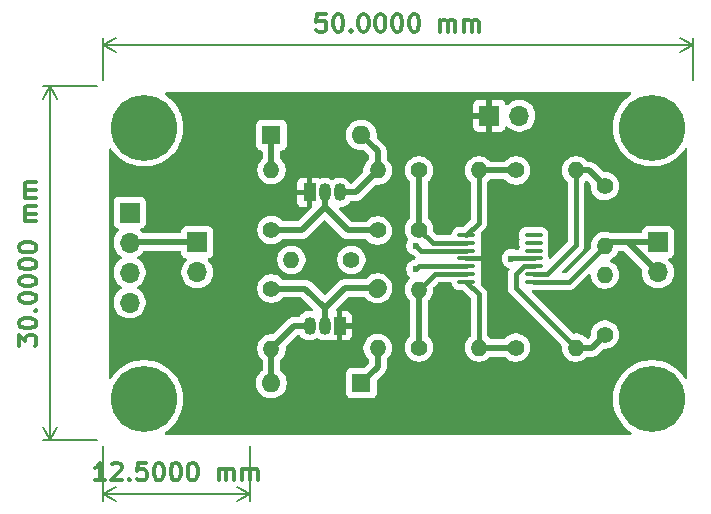
<source format=gtl>
G04 #@! TF.GenerationSoftware,KiCad,Pcbnew,9.0.0*
G04 #@! TF.CreationDate,2025-04-05T17:14:40-04:00*
G04 #@! TF.ProjectId,GeoSence_KiCad_singal_module,47656f53-656e-4636-955f-4b694361645f,rev?*
G04 #@! TF.SameCoordinates,Original*
G04 #@! TF.FileFunction,Copper,L1,Top*
G04 #@! TF.FilePolarity,Positive*
%FSLAX46Y46*%
G04 Gerber Fmt 4.6, Leading zero omitted, Abs format (unit mm)*
G04 Created by KiCad (PCBNEW 9.0.0) date 2025-04-05 17:14:40*
%MOMM*%
%LPD*%
G01*
G04 APERTURE LIST*
G04 Aperture macros list*
%AMRoundRect*
0 Rectangle with rounded corners*
0 $1 Rounding radius*
0 $2 $3 $4 $5 $6 $7 $8 $9 X,Y pos of 4 corners*
0 Add a 4 corners polygon primitive as box body*
4,1,4,$2,$3,$4,$5,$6,$7,$8,$9,$2,$3,0*
0 Add four circle primitives for the rounded corners*
1,1,$1+$1,$2,$3*
1,1,$1+$1,$4,$5*
1,1,$1+$1,$6,$7*
1,1,$1+$1,$8,$9*
0 Add four rect primitives between the rounded corners*
20,1,$1+$1,$2,$3,$4,$5,0*
20,1,$1+$1,$4,$5,$6,$7,0*
20,1,$1+$1,$6,$7,$8,$9,0*
20,1,$1+$1,$8,$9,$2,$3,0*%
G04 Aperture macros list end*
%ADD10C,0.300000*%
G04 #@! TA.AperFunction,NonConductor*
%ADD11C,0.300000*%
G04 #@! TD*
G04 #@! TA.AperFunction,NonConductor*
%ADD12C,0.200000*%
G04 #@! TD*
G04 #@! TA.AperFunction,ComponentPad*
%ADD13C,1.400000*%
G04 #@! TD*
G04 #@! TA.AperFunction,ComponentPad*
%ADD14O,1.400000X1.400000*%
G04 #@! TD*
G04 #@! TA.AperFunction,ComponentPad*
%ADD15C,3.600000*%
G04 #@! TD*
G04 #@! TA.AperFunction,ConnectorPad*
%ADD16C,5.600000*%
G04 #@! TD*
G04 #@! TA.AperFunction,ComponentPad*
%ADD17R,1.700000X1.700000*%
G04 #@! TD*
G04 #@! TA.AperFunction,ComponentPad*
%ADD18O,1.700000X1.700000*%
G04 #@! TD*
G04 #@! TA.AperFunction,ComponentPad*
%ADD19R,1.600000X1.600000*%
G04 #@! TD*
G04 #@! TA.AperFunction,ComponentPad*
%ADD20O,1.600000X1.600000*%
G04 #@! TD*
G04 #@! TA.AperFunction,ComponentPad*
%ADD21R,1.050000X1.500000*%
G04 #@! TD*
G04 #@! TA.AperFunction,ComponentPad*
%ADD22O,1.050000X1.500000*%
G04 #@! TD*
G04 #@! TA.AperFunction,SMDPad,CuDef*
%ADD23RoundRect,0.100000X-0.637500X-0.100000X0.637500X-0.100000X0.637500X0.100000X-0.637500X0.100000X0*%
G04 #@! TD*
G04 #@! TA.AperFunction,ViaPad*
%ADD24C,0.600000*%
G04 #@! TD*
G04 #@! TA.AperFunction,Conductor*
%ADD25C,0.400000*%
G04 #@! TD*
G04 #@! TA.AperFunction,Conductor*
%ADD26C,0.500000*%
G04 #@! TD*
G04 #@! TA.AperFunction,Conductor*
%ADD27C,0.200000*%
G04 #@! TD*
G04 #@! TA.AperFunction,Conductor*
%ADD28C,1.500000*%
G04 #@! TD*
G04 APERTURE END LIST*
D10*
D11*
X69378328Y-60999998D02*
X69378328Y-60071426D01*
X69378328Y-60071426D02*
X69949757Y-60571426D01*
X69949757Y-60571426D02*
X69949757Y-60357141D01*
X69949757Y-60357141D02*
X70021185Y-60214284D01*
X70021185Y-60214284D02*
X70092614Y-60142855D01*
X70092614Y-60142855D02*
X70235471Y-60071426D01*
X70235471Y-60071426D02*
X70592614Y-60071426D01*
X70592614Y-60071426D02*
X70735471Y-60142855D01*
X70735471Y-60142855D02*
X70806900Y-60214284D01*
X70806900Y-60214284D02*
X70878328Y-60357141D01*
X70878328Y-60357141D02*
X70878328Y-60785712D01*
X70878328Y-60785712D02*
X70806900Y-60928569D01*
X70806900Y-60928569D02*
X70735471Y-60999998D01*
X69378328Y-59142855D02*
X69378328Y-58999998D01*
X69378328Y-58999998D02*
X69449757Y-58857141D01*
X69449757Y-58857141D02*
X69521185Y-58785713D01*
X69521185Y-58785713D02*
X69664042Y-58714284D01*
X69664042Y-58714284D02*
X69949757Y-58642855D01*
X69949757Y-58642855D02*
X70306900Y-58642855D01*
X70306900Y-58642855D02*
X70592614Y-58714284D01*
X70592614Y-58714284D02*
X70735471Y-58785713D01*
X70735471Y-58785713D02*
X70806900Y-58857141D01*
X70806900Y-58857141D02*
X70878328Y-58999998D01*
X70878328Y-58999998D02*
X70878328Y-59142855D01*
X70878328Y-59142855D02*
X70806900Y-59285713D01*
X70806900Y-59285713D02*
X70735471Y-59357141D01*
X70735471Y-59357141D02*
X70592614Y-59428570D01*
X70592614Y-59428570D02*
X70306900Y-59499998D01*
X70306900Y-59499998D02*
X69949757Y-59499998D01*
X69949757Y-59499998D02*
X69664042Y-59428570D01*
X69664042Y-59428570D02*
X69521185Y-59357141D01*
X69521185Y-59357141D02*
X69449757Y-59285713D01*
X69449757Y-59285713D02*
X69378328Y-59142855D01*
X70735471Y-57999999D02*
X70806900Y-57928570D01*
X70806900Y-57928570D02*
X70878328Y-57999999D01*
X70878328Y-57999999D02*
X70806900Y-58071427D01*
X70806900Y-58071427D02*
X70735471Y-57999999D01*
X70735471Y-57999999D02*
X70878328Y-57999999D01*
X69378328Y-56999998D02*
X69378328Y-56857141D01*
X69378328Y-56857141D02*
X69449757Y-56714284D01*
X69449757Y-56714284D02*
X69521185Y-56642856D01*
X69521185Y-56642856D02*
X69664042Y-56571427D01*
X69664042Y-56571427D02*
X69949757Y-56499998D01*
X69949757Y-56499998D02*
X70306900Y-56499998D01*
X70306900Y-56499998D02*
X70592614Y-56571427D01*
X70592614Y-56571427D02*
X70735471Y-56642856D01*
X70735471Y-56642856D02*
X70806900Y-56714284D01*
X70806900Y-56714284D02*
X70878328Y-56857141D01*
X70878328Y-56857141D02*
X70878328Y-56999998D01*
X70878328Y-56999998D02*
X70806900Y-57142856D01*
X70806900Y-57142856D02*
X70735471Y-57214284D01*
X70735471Y-57214284D02*
X70592614Y-57285713D01*
X70592614Y-57285713D02*
X70306900Y-57357141D01*
X70306900Y-57357141D02*
X69949757Y-57357141D01*
X69949757Y-57357141D02*
X69664042Y-57285713D01*
X69664042Y-57285713D02*
X69521185Y-57214284D01*
X69521185Y-57214284D02*
X69449757Y-57142856D01*
X69449757Y-57142856D02*
X69378328Y-56999998D01*
X69378328Y-55571427D02*
X69378328Y-55428570D01*
X69378328Y-55428570D02*
X69449757Y-55285713D01*
X69449757Y-55285713D02*
X69521185Y-55214285D01*
X69521185Y-55214285D02*
X69664042Y-55142856D01*
X69664042Y-55142856D02*
X69949757Y-55071427D01*
X69949757Y-55071427D02*
X70306900Y-55071427D01*
X70306900Y-55071427D02*
X70592614Y-55142856D01*
X70592614Y-55142856D02*
X70735471Y-55214285D01*
X70735471Y-55214285D02*
X70806900Y-55285713D01*
X70806900Y-55285713D02*
X70878328Y-55428570D01*
X70878328Y-55428570D02*
X70878328Y-55571427D01*
X70878328Y-55571427D02*
X70806900Y-55714285D01*
X70806900Y-55714285D02*
X70735471Y-55785713D01*
X70735471Y-55785713D02*
X70592614Y-55857142D01*
X70592614Y-55857142D02*
X70306900Y-55928570D01*
X70306900Y-55928570D02*
X69949757Y-55928570D01*
X69949757Y-55928570D02*
X69664042Y-55857142D01*
X69664042Y-55857142D02*
X69521185Y-55785713D01*
X69521185Y-55785713D02*
X69449757Y-55714285D01*
X69449757Y-55714285D02*
X69378328Y-55571427D01*
X69378328Y-54142856D02*
X69378328Y-53999999D01*
X69378328Y-53999999D02*
X69449757Y-53857142D01*
X69449757Y-53857142D02*
X69521185Y-53785714D01*
X69521185Y-53785714D02*
X69664042Y-53714285D01*
X69664042Y-53714285D02*
X69949757Y-53642856D01*
X69949757Y-53642856D02*
X70306900Y-53642856D01*
X70306900Y-53642856D02*
X70592614Y-53714285D01*
X70592614Y-53714285D02*
X70735471Y-53785714D01*
X70735471Y-53785714D02*
X70806900Y-53857142D01*
X70806900Y-53857142D02*
X70878328Y-53999999D01*
X70878328Y-53999999D02*
X70878328Y-54142856D01*
X70878328Y-54142856D02*
X70806900Y-54285714D01*
X70806900Y-54285714D02*
X70735471Y-54357142D01*
X70735471Y-54357142D02*
X70592614Y-54428571D01*
X70592614Y-54428571D02*
X70306900Y-54499999D01*
X70306900Y-54499999D02*
X69949757Y-54499999D01*
X69949757Y-54499999D02*
X69664042Y-54428571D01*
X69664042Y-54428571D02*
X69521185Y-54357142D01*
X69521185Y-54357142D02*
X69449757Y-54285714D01*
X69449757Y-54285714D02*
X69378328Y-54142856D01*
X69378328Y-52714285D02*
X69378328Y-52571428D01*
X69378328Y-52571428D02*
X69449757Y-52428571D01*
X69449757Y-52428571D02*
X69521185Y-52357143D01*
X69521185Y-52357143D02*
X69664042Y-52285714D01*
X69664042Y-52285714D02*
X69949757Y-52214285D01*
X69949757Y-52214285D02*
X70306900Y-52214285D01*
X70306900Y-52214285D02*
X70592614Y-52285714D01*
X70592614Y-52285714D02*
X70735471Y-52357143D01*
X70735471Y-52357143D02*
X70806900Y-52428571D01*
X70806900Y-52428571D02*
X70878328Y-52571428D01*
X70878328Y-52571428D02*
X70878328Y-52714285D01*
X70878328Y-52714285D02*
X70806900Y-52857143D01*
X70806900Y-52857143D02*
X70735471Y-52928571D01*
X70735471Y-52928571D02*
X70592614Y-53000000D01*
X70592614Y-53000000D02*
X70306900Y-53071428D01*
X70306900Y-53071428D02*
X69949757Y-53071428D01*
X69949757Y-53071428D02*
X69664042Y-53000000D01*
X69664042Y-53000000D02*
X69521185Y-52928571D01*
X69521185Y-52928571D02*
X69449757Y-52857143D01*
X69449757Y-52857143D02*
X69378328Y-52714285D01*
X70878328Y-50428572D02*
X69878328Y-50428572D01*
X70021185Y-50428572D02*
X69949757Y-50357143D01*
X69949757Y-50357143D02*
X69878328Y-50214286D01*
X69878328Y-50214286D02*
X69878328Y-50000000D01*
X69878328Y-50000000D02*
X69949757Y-49857143D01*
X69949757Y-49857143D02*
X70092614Y-49785715D01*
X70092614Y-49785715D02*
X70878328Y-49785715D01*
X70092614Y-49785715D02*
X69949757Y-49714286D01*
X69949757Y-49714286D02*
X69878328Y-49571429D01*
X69878328Y-49571429D02*
X69878328Y-49357143D01*
X69878328Y-49357143D02*
X69949757Y-49214286D01*
X69949757Y-49214286D02*
X70092614Y-49142857D01*
X70092614Y-49142857D02*
X70878328Y-49142857D01*
X70878328Y-48428572D02*
X69878328Y-48428572D01*
X70021185Y-48428572D02*
X69949757Y-48357143D01*
X69949757Y-48357143D02*
X69878328Y-48214286D01*
X69878328Y-48214286D02*
X69878328Y-48000000D01*
X69878328Y-48000000D02*
X69949757Y-47857143D01*
X69949757Y-47857143D02*
X70092614Y-47785715D01*
X70092614Y-47785715D02*
X70878328Y-47785715D01*
X70092614Y-47785715D02*
X69949757Y-47714286D01*
X69949757Y-47714286D02*
X69878328Y-47571429D01*
X69878328Y-47571429D02*
X69878328Y-47357143D01*
X69878328Y-47357143D02*
X69949757Y-47214286D01*
X69949757Y-47214286D02*
X70092614Y-47142857D01*
X70092614Y-47142857D02*
X70878328Y-47142857D01*
D12*
X76000000Y-39000000D02*
X71413580Y-39000000D01*
X76000000Y-69000000D02*
X71413580Y-69000000D01*
X72000000Y-39000000D02*
X72000000Y-69000000D01*
X72000000Y-39000000D02*
X72000000Y-69000000D01*
X72000000Y-39000000D02*
X72586421Y-40126504D01*
X72000000Y-39000000D02*
X71413579Y-40126504D01*
X72000000Y-69000000D02*
X71413579Y-67873496D01*
X72000000Y-69000000D02*
X72586421Y-67873496D01*
X72000000Y-39000000D02*
X72000000Y-69000000D01*
X72000000Y-39000000D02*
X72000000Y-69000000D01*
X72000000Y-39000000D02*
X72586421Y-40126504D01*
X72000000Y-39000000D02*
X71413579Y-40126504D01*
X72000000Y-69000000D02*
X71413579Y-67873496D01*
X72000000Y-69000000D02*
X72586421Y-67873496D01*
D10*
D11*
X76678573Y-72378328D02*
X75821430Y-72378328D01*
X76250001Y-72378328D02*
X76250001Y-70878328D01*
X76250001Y-70878328D02*
X76107144Y-71092614D01*
X76107144Y-71092614D02*
X75964287Y-71235471D01*
X75964287Y-71235471D02*
X75821430Y-71306900D01*
X77250001Y-71021185D02*
X77321429Y-70949757D01*
X77321429Y-70949757D02*
X77464287Y-70878328D01*
X77464287Y-70878328D02*
X77821429Y-70878328D01*
X77821429Y-70878328D02*
X77964287Y-70949757D01*
X77964287Y-70949757D02*
X78035715Y-71021185D01*
X78035715Y-71021185D02*
X78107144Y-71164042D01*
X78107144Y-71164042D02*
X78107144Y-71306900D01*
X78107144Y-71306900D02*
X78035715Y-71521185D01*
X78035715Y-71521185D02*
X77178572Y-72378328D01*
X77178572Y-72378328D02*
X78107144Y-72378328D01*
X78750000Y-72235471D02*
X78821429Y-72306900D01*
X78821429Y-72306900D02*
X78750000Y-72378328D01*
X78750000Y-72378328D02*
X78678572Y-72306900D01*
X78678572Y-72306900D02*
X78750000Y-72235471D01*
X78750000Y-72235471D02*
X78750000Y-72378328D01*
X80178572Y-70878328D02*
X79464286Y-70878328D01*
X79464286Y-70878328D02*
X79392858Y-71592614D01*
X79392858Y-71592614D02*
X79464286Y-71521185D01*
X79464286Y-71521185D02*
X79607144Y-71449757D01*
X79607144Y-71449757D02*
X79964286Y-71449757D01*
X79964286Y-71449757D02*
X80107144Y-71521185D01*
X80107144Y-71521185D02*
X80178572Y-71592614D01*
X80178572Y-71592614D02*
X80250001Y-71735471D01*
X80250001Y-71735471D02*
X80250001Y-72092614D01*
X80250001Y-72092614D02*
X80178572Y-72235471D01*
X80178572Y-72235471D02*
X80107144Y-72306900D01*
X80107144Y-72306900D02*
X79964286Y-72378328D01*
X79964286Y-72378328D02*
X79607144Y-72378328D01*
X79607144Y-72378328D02*
X79464286Y-72306900D01*
X79464286Y-72306900D02*
X79392858Y-72235471D01*
X81178572Y-70878328D02*
X81321429Y-70878328D01*
X81321429Y-70878328D02*
X81464286Y-70949757D01*
X81464286Y-70949757D02*
X81535715Y-71021185D01*
X81535715Y-71021185D02*
X81607143Y-71164042D01*
X81607143Y-71164042D02*
X81678572Y-71449757D01*
X81678572Y-71449757D02*
X81678572Y-71806900D01*
X81678572Y-71806900D02*
X81607143Y-72092614D01*
X81607143Y-72092614D02*
X81535715Y-72235471D01*
X81535715Y-72235471D02*
X81464286Y-72306900D01*
X81464286Y-72306900D02*
X81321429Y-72378328D01*
X81321429Y-72378328D02*
X81178572Y-72378328D01*
X81178572Y-72378328D02*
X81035715Y-72306900D01*
X81035715Y-72306900D02*
X80964286Y-72235471D01*
X80964286Y-72235471D02*
X80892857Y-72092614D01*
X80892857Y-72092614D02*
X80821429Y-71806900D01*
X80821429Y-71806900D02*
X80821429Y-71449757D01*
X80821429Y-71449757D02*
X80892857Y-71164042D01*
X80892857Y-71164042D02*
X80964286Y-71021185D01*
X80964286Y-71021185D02*
X81035715Y-70949757D01*
X81035715Y-70949757D02*
X81178572Y-70878328D01*
X82607143Y-70878328D02*
X82750000Y-70878328D01*
X82750000Y-70878328D02*
X82892857Y-70949757D01*
X82892857Y-70949757D02*
X82964286Y-71021185D01*
X82964286Y-71021185D02*
X83035714Y-71164042D01*
X83035714Y-71164042D02*
X83107143Y-71449757D01*
X83107143Y-71449757D02*
X83107143Y-71806900D01*
X83107143Y-71806900D02*
X83035714Y-72092614D01*
X83035714Y-72092614D02*
X82964286Y-72235471D01*
X82964286Y-72235471D02*
X82892857Y-72306900D01*
X82892857Y-72306900D02*
X82750000Y-72378328D01*
X82750000Y-72378328D02*
X82607143Y-72378328D01*
X82607143Y-72378328D02*
X82464286Y-72306900D01*
X82464286Y-72306900D02*
X82392857Y-72235471D01*
X82392857Y-72235471D02*
X82321428Y-72092614D01*
X82321428Y-72092614D02*
X82250000Y-71806900D01*
X82250000Y-71806900D02*
X82250000Y-71449757D01*
X82250000Y-71449757D02*
X82321428Y-71164042D01*
X82321428Y-71164042D02*
X82392857Y-71021185D01*
X82392857Y-71021185D02*
X82464286Y-70949757D01*
X82464286Y-70949757D02*
X82607143Y-70878328D01*
X84035714Y-70878328D02*
X84178571Y-70878328D01*
X84178571Y-70878328D02*
X84321428Y-70949757D01*
X84321428Y-70949757D02*
X84392857Y-71021185D01*
X84392857Y-71021185D02*
X84464285Y-71164042D01*
X84464285Y-71164042D02*
X84535714Y-71449757D01*
X84535714Y-71449757D02*
X84535714Y-71806900D01*
X84535714Y-71806900D02*
X84464285Y-72092614D01*
X84464285Y-72092614D02*
X84392857Y-72235471D01*
X84392857Y-72235471D02*
X84321428Y-72306900D01*
X84321428Y-72306900D02*
X84178571Y-72378328D01*
X84178571Y-72378328D02*
X84035714Y-72378328D01*
X84035714Y-72378328D02*
X83892857Y-72306900D01*
X83892857Y-72306900D02*
X83821428Y-72235471D01*
X83821428Y-72235471D02*
X83749999Y-72092614D01*
X83749999Y-72092614D02*
X83678571Y-71806900D01*
X83678571Y-71806900D02*
X83678571Y-71449757D01*
X83678571Y-71449757D02*
X83749999Y-71164042D01*
X83749999Y-71164042D02*
X83821428Y-71021185D01*
X83821428Y-71021185D02*
X83892857Y-70949757D01*
X83892857Y-70949757D02*
X84035714Y-70878328D01*
X86321427Y-72378328D02*
X86321427Y-71378328D01*
X86321427Y-71521185D02*
X86392856Y-71449757D01*
X86392856Y-71449757D02*
X86535713Y-71378328D01*
X86535713Y-71378328D02*
X86749999Y-71378328D01*
X86749999Y-71378328D02*
X86892856Y-71449757D01*
X86892856Y-71449757D02*
X86964285Y-71592614D01*
X86964285Y-71592614D02*
X86964285Y-72378328D01*
X86964285Y-71592614D02*
X87035713Y-71449757D01*
X87035713Y-71449757D02*
X87178570Y-71378328D01*
X87178570Y-71378328D02*
X87392856Y-71378328D01*
X87392856Y-71378328D02*
X87535713Y-71449757D01*
X87535713Y-71449757D02*
X87607142Y-71592614D01*
X87607142Y-71592614D02*
X87607142Y-72378328D01*
X88321427Y-72378328D02*
X88321427Y-71378328D01*
X88321427Y-71521185D02*
X88392856Y-71449757D01*
X88392856Y-71449757D02*
X88535713Y-71378328D01*
X88535713Y-71378328D02*
X88749999Y-71378328D01*
X88749999Y-71378328D02*
X88892856Y-71449757D01*
X88892856Y-71449757D02*
X88964285Y-71592614D01*
X88964285Y-71592614D02*
X88964285Y-72378328D01*
X88964285Y-71592614D02*
X89035713Y-71449757D01*
X89035713Y-71449757D02*
X89178570Y-71378328D01*
X89178570Y-71378328D02*
X89392856Y-71378328D01*
X89392856Y-71378328D02*
X89535713Y-71449757D01*
X89535713Y-71449757D02*
X89607142Y-71592614D01*
X89607142Y-71592614D02*
X89607142Y-72378328D01*
D12*
X76500000Y-69500000D02*
X76500000Y-74086420D01*
X89000000Y-69500000D02*
X89000000Y-74086420D01*
X76500000Y-73500000D02*
X89000000Y-73500000D01*
X76500000Y-73500000D02*
X89000000Y-73500000D01*
X76500000Y-73500000D02*
X77626504Y-72913579D01*
X76500000Y-73500000D02*
X77626504Y-74086421D01*
X89000000Y-73500000D02*
X87873496Y-74086421D01*
X89000000Y-73500000D02*
X87873496Y-72913579D01*
X76500000Y-73500000D02*
X89000000Y-73500000D01*
X76500000Y-73500000D02*
X89000000Y-73500000D01*
X76500000Y-73500000D02*
X77626504Y-72913579D01*
X76500000Y-73500000D02*
X77626504Y-74086421D01*
X89000000Y-73500000D02*
X87873496Y-74086421D01*
X89000000Y-73500000D02*
X87873496Y-72913579D01*
D10*
D11*
X95357144Y-32878328D02*
X94642858Y-32878328D01*
X94642858Y-32878328D02*
X94571430Y-33592614D01*
X94571430Y-33592614D02*
X94642858Y-33521185D01*
X94642858Y-33521185D02*
X94785716Y-33449757D01*
X94785716Y-33449757D02*
X95142858Y-33449757D01*
X95142858Y-33449757D02*
X95285716Y-33521185D01*
X95285716Y-33521185D02*
X95357144Y-33592614D01*
X95357144Y-33592614D02*
X95428573Y-33735471D01*
X95428573Y-33735471D02*
X95428573Y-34092614D01*
X95428573Y-34092614D02*
X95357144Y-34235471D01*
X95357144Y-34235471D02*
X95285716Y-34306900D01*
X95285716Y-34306900D02*
X95142858Y-34378328D01*
X95142858Y-34378328D02*
X94785716Y-34378328D01*
X94785716Y-34378328D02*
X94642858Y-34306900D01*
X94642858Y-34306900D02*
X94571430Y-34235471D01*
X96357144Y-32878328D02*
X96500001Y-32878328D01*
X96500001Y-32878328D02*
X96642858Y-32949757D01*
X96642858Y-32949757D02*
X96714287Y-33021185D01*
X96714287Y-33021185D02*
X96785715Y-33164042D01*
X96785715Y-33164042D02*
X96857144Y-33449757D01*
X96857144Y-33449757D02*
X96857144Y-33806900D01*
X96857144Y-33806900D02*
X96785715Y-34092614D01*
X96785715Y-34092614D02*
X96714287Y-34235471D01*
X96714287Y-34235471D02*
X96642858Y-34306900D01*
X96642858Y-34306900D02*
X96500001Y-34378328D01*
X96500001Y-34378328D02*
X96357144Y-34378328D01*
X96357144Y-34378328D02*
X96214287Y-34306900D01*
X96214287Y-34306900D02*
X96142858Y-34235471D01*
X96142858Y-34235471D02*
X96071429Y-34092614D01*
X96071429Y-34092614D02*
X96000001Y-33806900D01*
X96000001Y-33806900D02*
X96000001Y-33449757D01*
X96000001Y-33449757D02*
X96071429Y-33164042D01*
X96071429Y-33164042D02*
X96142858Y-33021185D01*
X96142858Y-33021185D02*
X96214287Y-32949757D01*
X96214287Y-32949757D02*
X96357144Y-32878328D01*
X97500000Y-34235471D02*
X97571429Y-34306900D01*
X97571429Y-34306900D02*
X97500000Y-34378328D01*
X97500000Y-34378328D02*
X97428572Y-34306900D01*
X97428572Y-34306900D02*
X97500000Y-34235471D01*
X97500000Y-34235471D02*
X97500000Y-34378328D01*
X98500001Y-32878328D02*
X98642858Y-32878328D01*
X98642858Y-32878328D02*
X98785715Y-32949757D01*
X98785715Y-32949757D02*
X98857144Y-33021185D01*
X98857144Y-33021185D02*
X98928572Y-33164042D01*
X98928572Y-33164042D02*
X99000001Y-33449757D01*
X99000001Y-33449757D02*
X99000001Y-33806900D01*
X99000001Y-33806900D02*
X98928572Y-34092614D01*
X98928572Y-34092614D02*
X98857144Y-34235471D01*
X98857144Y-34235471D02*
X98785715Y-34306900D01*
X98785715Y-34306900D02*
X98642858Y-34378328D01*
X98642858Y-34378328D02*
X98500001Y-34378328D01*
X98500001Y-34378328D02*
X98357144Y-34306900D01*
X98357144Y-34306900D02*
X98285715Y-34235471D01*
X98285715Y-34235471D02*
X98214286Y-34092614D01*
X98214286Y-34092614D02*
X98142858Y-33806900D01*
X98142858Y-33806900D02*
X98142858Y-33449757D01*
X98142858Y-33449757D02*
X98214286Y-33164042D01*
X98214286Y-33164042D02*
X98285715Y-33021185D01*
X98285715Y-33021185D02*
X98357144Y-32949757D01*
X98357144Y-32949757D02*
X98500001Y-32878328D01*
X99928572Y-32878328D02*
X100071429Y-32878328D01*
X100071429Y-32878328D02*
X100214286Y-32949757D01*
X100214286Y-32949757D02*
X100285715Y-33021185D01*
X100285715Y-33021185D02*
X100357143Y-33164042D01*
X100357143Y-33164042D02*
X100428572Y-33449757D01*
X100428572Y-33449757D02*
X100428572Y-33806900D01*
X100428572Y-33806900D02*
X100357143Y-34092614D01*
X100357143Y-34092614D02*
X100285715Y-34235471D01*
X100285715Y-34235471D02*
X100214286Y-34306900D01*
X100214286Y-34306900D02*
X100071429Y-34378328D01*
X100071429Y-34378328D02*
X99928572Y-34378328D01*
X99928572Y-34378328D02*
X99785715Y-34306900D01*
X99785715Y-34306900D02*
X99714286Y-34235471D01*
X99714286Y-34235471D02*
X99642857Y-34092614D01*
X99642857Y-34092614D02*
X99571429Y-33806900D01*
X99571429Y-33806900D02*
X99571429Y-33449757D01*
X99571429Y-33449757D02*
X99642857Y-33164042D01*
X99642857Y-33164042D02*
X99714286Y-33021185D01*
X99714286Y-33021185D02*
X99785715Y-32949757D01*
X99785715Y-32949757D02*
X99928572Y-32878328D01*
X101357143Y-32878328D02*
X101500000Y-32878328D01*
X101500000Y-32878328D02*
X101642857Y-32949757D01*
X101642857Y-32949757D02*
X101714286Y-33021185D01*
X101714286Y-33021185D02*
X101785714Y-33164042D01*
X101785714Y-33164042D02*
X101857143Y-33449757D01*
X101857143Y-33449757D02*
X101857143Y-33806900D01*
X101857143Y-33806900D02*
X101785714Y-34092614D01*
X101785714Y-34092614D02*
X101714286Y-34235471D01*
X101714286Y-34235471D02*
X101642857Y-34306900D01*
X101642857Y-34306900D02*
X101500000Y-34378328D01*
X101500000Y-34378328D02*
X101357143Y-34378328D01*
X101357143Y-34378328D02*
X101214286Y-34306900D01*
X101214286Y-34306900D02*
X101142857Y-34235471D01*
X101142857Y-34235471D02*
X101071428Y-34092614D01*
X101071428Y-34092614D02*
X101000000Y-33806900D01*
X101000000Y-33806900D02*
X101000000Y-33449757D01*
X101000000Y-33449757D02*
X101071428Y-33164042D01*
X101071428Y-33164042D02*
X101142857Y-33021185D01*
X101142857Y-33021185D02*
X101214286Y-32949757D01*
X101214286Y-32949757D02*
X101357143Y-32878328D01*
X102785714Y-32878328D02*
X102928571Y-32878328D01*
X102928571Y-32878328D02*
X103071428Y-32949757D01*
X103071428Y-32949757D02*
X103142857Y-33021185D01*
X103142857Y-33021185D02*
X103214285Y-33164042D01*
X103214285Y-33164042D02*
X103285714Y-33449757D01*
X103285714Y-33449757D02*
X103285714Y-33806900D01*
X103285714Y-33806900D02*
X103214285Y-34092614D01*
X103214285Y-34092614D02*
X103142857Y-34235471D01*
X103142857Y-34235471D02*
X103071428Y-34306900D01*
X103071428Y-34306900D02*
X102928571Y-34378328D01*
X102928571Y-34378328D02*
X102785714Y-34378328D01*
X102785714Y-34378328D02*
X102642857Y-34306900D01*
X102642857Y-34306900D02*
X102571428Y-34235471D01*
X102571428Y-34235471D02*
X102499999Y-34092614D01*
X102499999Y-34092614D02*
X102428571Y-33806900D01*
X102428571Y-33806900D02*
X102428571Y-33449757D01*
X102428571Y-33449757D02*
X102499999Y-33164042D01*
X102499999Y-33164042D02*
X102571428Y-33021185D01*
X102571428Y-33021185D02*
X102642857Y-32949757D01*
X102642857Y-32949757D02*
X102785714Y-32878328D01*
X105071427Y-34378328D02*
X105071427Y-33378328D01*
X105071427Y-33521185D02*
X105142856Y-33449757D01*
X105142856Y-33449757D02*
X105285713Y-33378328D01*
X105285713Y-33378328D02*
X105499999Y-33378328D01*
X105499999Y-33378328D02*
X105642856Y-33449757D01*
X105642856Y-33449757D02*
X105714285Y-33592614D01*
X105714285Y-33592614D02*
X105714285Y-34378328D01*
X105714285Y-33592614D02*
X105785713Y-33449757D01*
X105785713Y-33449757D02*
X105928570Y-33378328D01*
X105928570Y-33378328D02*
X106142856Y-33378328D01*
X106142856Y-33378328D02*
X106285713Y-33449757D01*
X106285713Y-33449757D02*
X106357142Y-33592614D01*
X106357142Y-33592614D02*
X106357142Y-34378328D01*
X107071427Y-34378328D02*
X107071427Y-33378328D01*
X107071427Y-33521185D02*
X107142856Y-33449757D01*
X107142856Y-33449757D02*
X107285713Y-33378328D01*
X107285713Y-33378328D02*
X107499999Y-33378328D01*
X107499999Y-33378328D02*
X107642856Y-33449757D01*
X107642856Y-33449757D02*
X107714285Y-33592614D01*
X107714285Y-33592614D02*
X107714285Y-34378328D01*
X107714285Y-33592614D02*
X107785713Y-33449757D01*
X107785713Y-33449757D02*
X107928570Y-33378328D01*
X107928570Y-33378328D02*
X108142856Y-33378328D01*
X108142856Y-33378328D02*
X108285713Y-33449757D01*
X108285713Y-33449757D02*
X108357142Y-33592614D01*
X108357142Y-33592614D02*
X108357142Y-34378328D01*
D12*
X76500000Y-38500000D02*
X76500000Y-34913580D01*
X126500000Y-38500000D02*
X126500000Y-34913580D01*
X76500000Y-35500000D02*
X126500000Y-35500000D01*
X76500000Y-35500000D02*
X126500000Y-35500000D01*
X76500000Y-35500000D02*
X77626504Y-34913579D01*
X76500000Y-35500000D02*
X77626504Y-36086421D01*
X126500000Y-35500000D02*
X125373496Y-36086421D01*
X126500000Y-35500000D02*
X125373496Y-34913579D01*
X76500000Y-35500000D02*
X126500000Y-35500000D01*
X76500000Y-35500000D02*
X126500000Y-35500000D01*
X76500000Y-35500000D02*
X77626504Y-34913579D01*
X76500000Y-35500000D02*
X77626504Y-36086421D01*
X126500000Y-35500000D02*
X125373496Y-36086421D01*
X126500000Y-35500000D02*
X125373496Y-34913579D01*
D13*
X111500000Y-46140000D03*
D14*
X116580000Y-46140000D03*
D15*
X80000000Y-65500000D03*
D16*
X80000000Y-65500000D03*
D15*
X80000000Y-42500000D03*
D16*
X80000000Y-42500000D03*
D17*
X84500000Y-52225000D03*
D18*
X84500000Y-54765000D03*
D13*
X103270000Y-61140000D03*
D14*
X108350000Y-61140000D03*
D19*
X90770000Y-43140000D03*
D20*
X98390000Y-43140000D03*
D21*
X94000000Y-48000000D03*
D22*
X95270000Y-48000000D03*
X96540000Y-48000000D03*
D15*
X123000000Y-65500000D03*
D16*
X123000000Y-65500000D03*
D13*
X103270000Y-51140000D03*
D14*
X103270000Y-56220000D03*
D17*
X123500000Y-52225000D03*
D18*
X123500000Y-54765000D03*
D13*
X103270000Y-46140000D03*
D14*
X108350000Y-46140000D03*
D13*
X90770000Y-56140000D03*
D14*
X90770000Y-61220000D03*
D17*
X109225000Y-41500000D03*
D18*
X111765000Y-41500000D03*
D13*
X90770000Y-51180000D03*
D14*
X90770000Y-46100000D03*
D21*
X96540000Y-59280000D03*
D22*
X95270000Y-59280000D03*
X94000000Y-59280000D03*
D13*
X97540000Y-53701100D03*
D14*
X92460000Y-53701100D03*
D23*
X107270000Y-51640000D03*
X107270000Y-52290000D03*
X107270000Y-52940000D03*
X107270000Y-53590000D03*
X107270000Y-54240000D03*
X107270000Y-54890000D03*
X107270000Y-55540000D03*
X112995000Y-55540000D03*
X112995000Y-54890000D03*
X112995000Y-54240000D03*
X112995000Y-53590000D03*
X112995000Y-52940000D03*
X112995000Y-52290000D03*
X112995000Y-51640000D03*
D13*
X99770000Y-51220000D03*
D14*
X99770000Y-46140000D03*
D13*
X119000000Y-60040000D03*
D14*
X119000000Y-54960000D03*
D17*
X78770000Y-49700000D03*
D18*
X78770000Y-52240000D03*
X78770000Y-54780000D03*
X78770000Y-57320000D03*
D19*
X98390000Y-64140000D03*
D20*
X90770000Y-64140000D03*
D13*
X111460000Y-61140000D03*
D14*
X116540000Y-61140000D03*
D13*
X99770000Y-56100000D03*
D14*
X99770000Y-61180000D03*
D15*
X123000000Y-42500000D03*
D16*
X123000000Y-42500000D03*
D13*
X119000000Y-47460000D03*
D14*
X119000000Y-52540000D03*
D24*
X111073776Y-53593501D03*
X109173776Y-53593501D03*
X103000000Y-52500000D03*
X103000000Y-54500000D03*
D25*
X112995000Y-53590000D02*
X111077277Y-53590000D01*
X107270000Y-53590000D02*
X109170275Y-53590000D01*
D26*
X99770000Y-61180000D02*
X99770000Y-62760000D01*
X99770000Y-62760000D02*
X98390000Y-64140000D01*
X90770000Y-46100000D02*
X90770000Y-43140000D01*
X96972500Y-56100000D02*
X99770000Y-56100000D01*
D25*
X112995000Y-55540000D02*
X116000000Y-55540000D01*
D26*
X92710000Y-59280000D02*
X90770000Y-61220000D01*
D25*
X103440000Y-52940000D02*
X103000000Y-52500000D01*
D26*
X99770000Y-51220000D02*
X97240000Y-51220000D01*
X99770000Y-46140000D02*
X99770000Y-44520000D01*
X96540000Y-48000000D02*
X97910000Y-48000000D01*
X120500000Y-52225000D02*
X119315000Y-52225000D01*
X95270000Y-57770000D02*
X93640000Y-56140000D01*
X93640000Y-56140000D02*
X90770000Y-56140000D01*
X95270000Y-49250000D02*
X95270000Y-48000000D01*
X90770000Y-51180000D02*
X93340000Y-51180000D01*
X97240000Y-51220000D02*
X95270000Y-49250000D01*
X94000000Y-59280000D02*
X92710000Y-59280000D01*
D25*
X107270000Y-54240000D02*
X103260000Y-54240000D01*
X103260000Y-54240000D02*
X103000000Y-54500000D01*
D26*
X97910000Y-48000000D02*
X99770000Y-46140000D01*
D25*
X107270000Y-52940000D02*
X103440000Y-52940000D01*
D26*
X123500000Y-54765000D02*
X120960000Y-52225000D01*
X90770000Y-61220000D02*
X90770000Y-64140000D01*
D25*
X116000000Y-55540000D02*
X119000000Y-52540000D01*
D26*
X123500000Y-52225000D02*
X120500000Y-52225000D01*
X95270000Y-57802500D02*
X96972500Y-56100000D01*
X95270000Y-59280000D02*
X95270000Y-57802500D01*
X93340000Y-51180000D02*
X95270000Y-49250000D01*
X99770000Y-44520000D02*
X98390000Y-43140000D01*
X84500000Y-52225000D02*
X78785000Y-52225000D01*
D25*
X112197622Y-54240000D02*
X111500000Y-54937622D01*
X104600000Y-54890000D02*
X103270000Y-56220000D01*
D26*
X117900000Y-61140000D02*
X119000000Y-60040000D01*
X103270000Y-51140000D02*
X103270000Y-46140000D01*
D25*
X104420000Y-52290000D02*
X103270000Y-51140000D01*
D26*
X108350000Y-46140000D02*
X111500000Y-46140000D01*
X116580000Y-46140000D02*
X117680000Y-46140000D01*
D25*
X107270000Y-51640000D02*
X108350000Y-50560000D01*
X107270000Y-55540000D02*
X108350000Y-56620000D01*
X114110000Y-54890000D02*
X112995000Y-54890000D01*
X107270000Y-54890000D02*
X104600000Y-54890000D01*
D26*
X117680000Y-46140000D02*
X119000000Y-47460000D01*
D25*
X111500000Y-56100000D02*
X116540000Y-61140000D01*
X108350000Y-56620000D02*
X108350000Y-61140000D01*
X111500000Y-54937622D02*
X111500000Y-56100000D01*
X107270000Y-52290000D02*
X104420000Y-52290000D01*
D26*
X103270000Y-61140000D02*
X103270000Y-56220000D01*
D25*
X116580000Y-52420000D02*
X114110000Y-54890000D01*
X116580000Y-46140000D02*
X116580000Y-52420000D01*
X108350000Y-50560000D02*
X108350000Y-46140000D01*
D26*
X116540000Y-61140000D02*
X117900000Y-61140000D01*
X108350000Y-61140000D02*
X111460000Y-61140000D01*
D27*
X111077277Y-53590000D02*
X111073776Y-53593501D01*
X109170275Y-53590000D02*
X109173776Y-53593501D01*
D26*
X78785000Y-52225000D02*
X78770000Y-52240000D01*
X119315000Y-52225000D02*
X119000000Y-52540000D01*
X120960000Y-52225000D02*
X120500000Y-52225000D01*
D28*
X99730000Y-56140000D02*
X99770000Y-56100000D01*
D26*
X95270000Y-59280000D02*
X95270000Y-57770000D01*
D25*
X112995000Y-54240000D02*
X112197622Y-54240000D01*
G04 #@! TA.AperFunction,Conductor*
G36*
X121172054Y-39510043D02*
G01*
X121204721Y-39519005D01*
X121205490Y-39519861D01*
X121206593Y-39520185D01*
X121228749Y-39545754D01*
X121251411Y-39570983D01*
X121251595Y-39572120D01*
X121252348Y-39572989D01*
X121257168Y-39606511D01*
X121262587Y-39639953D01*
X121262128Y-39641007D01*
X121262292Y-39642147D01*
X121248207Y-39672988D01*
X121234701Y-39704017D01*
X121233575Y-39705028D01*
X121233267Y-39705703D01*
X121208445Y-39727602D01*
X121031532Y-39845811D01*
X121031518Y-39845821D01*
X120780841Y-40051546D01*
X120551546Y-40280841D01*
X120345821Y-40531518D01*
X120345811Y-40531532D01*
X120165657Y-40801151D01*
X120165646Y-40801169D01*
X120012788Y-41087145D01*
X120012786Y-41087150D01*
X119888686Y-41386752D01*
X119794548Y-41697086D01*
X119794545Y-41697097D01*
X119731287Y-42015125D01*
X119731284Y-42015142D01*
X119709875Y-42232516D01*
X119699500Y-42337857D01*
X119699500Y-42662143D01*
X119703937Y-42707190D01*
X119731284Y-42984857D01*
X119731287Y-42984874D01*
X119794545Y-43302902D01*
X119794548Y-43302913D01*
X119888686Y-43613247D01*
X120012786Y-43912849D01*
X120012788Y-43912854D01*
X120165646Y-44198830D01*
X120165650Y-44198837D01*
X120165653Y-44198842D01*
X120326162Y-44439061D01*
X120345811Y-44468467D01*
X120345821Y-44468481D01*
X120551546Y-44719158D01*
X120780841Y-44948453D01*
X120780846Y-44948457D01*
X120780847Y-44948458D01*
X121031524Y-45154183D01*
X121301158Y-45334347D01*
X121301167Y-45334352D01*
X121301169Y-45334353D01*
X121587145Y-45487211D01*
X121587147Y-45487211D01*
X121587153Y-45487215D01*
X121886754Y-45611314D01*
X122197077Y-45705449D01*
X122197083Y-45705450D01*
X122197086Y-45705451D01*
X122197097Y-45705454D01*
X122396528Y-45745122D01*
X122515132Y-45768714D01*
X122837857Y-45800500D01*
X122837860Y-45800500D01*
X123162140Y-45800500D01*
X123162143Y-45800500D01*
X123484868Y-45768714D01*
X123642295Y-45737399D01*
X123802902Y-45705454D01*
X123802913Y-45705451D01*
X123802913Y-45705450D01*
X123802923Y-45705449D01*
X124113246Y-45611314D01*
X124412847Y-45487215D01*
X124698842Y-45334347D01*
X124968476Y-45154183D01*
X125219153Y-44948458D01*
X125448458Y-44719153D01*
X125654183Y-44468476D01*
X125772398Y-44291554D01*
X125826010Y-44246749D01*
X125895335Y-44238042D01*
X125958362Y-44268196D01*
X125995082Y-44327639D01*
X125999500Y-44360445D01*
X125999500Y-63639554D01*
X125979815Y-63706593D01*
X125927011Y-63752348D01*
X125857853Y-63762292D01*
X125794297Y-63733267D01*
X125772398Y-63708445D01*
X125654188Y-63531532D01*
X125654183Y-63531524D01*
X125448458Y-63280847D01*
X125448457Y-63280846D01*
X125448453Y-63280841D01*
X125219156Y-63051544D01*
X124968481Y-62845821D01*
X124968480Y-62845820D01*
X124968476Y-62845817D01*
X124698842Y-62665653D01*
X124698837Y-62665650D01*
X124698830Y-62665646D01*
X124412854Y-62512788D01*
X124412849Y-62512786D01*
X124346854Y-62485450D01*
X124325098Y-62476438D01*
X124113247Y-62388686D01*
X123802913Y-62294548D01*
X123802902Y-62294545D01*
X123484874Y-62231287D01*
X123484857Y-62231284D01*
X123240812Y-62207248D01*
X123162143Y-62199500D01*
X122837857Y-62199500D01*
X122765099Y-62206666D01*
X122515142Y-62231284D01*
X122515125Y-62231287D01*
X122197097Y-62294545D01*
X122197086Y-62294548D01*
X121886752Y-62388686D01*
X121587150Y-62512786D01*
X121587145Y-62512788D01*
X121301169Y-62665646D01*
X121301151Y-62665657D01*
X121031532Y-62845811D01*
X121031518Y-62845821D01*
X120780844Y-63051544D01*
X120551546Y-63280841D01*
X120345821Y-63531518D01*
X120345811Y-63531532D01*
X120165657Y-63801151D01*
X120165646Y-63801169D01*
X120012788Y-64087145D01*
X120012786Y-64087150D01*
X119888686Y-64386752D01*
X119794548Y-64697086D01*
X119794545Y-64697097D01*
X119731287Y-65015125D01*
X119731284Y-65015142D01*
X119699500Y-65337860D01*
X119699500Y-65662139D01*
X119731284Y-65984857D01*
X119731287Y-65984874D01*
X119794545Y-66302902D01*
X119794548Y-66302913D01*
X119888686Y-66613247D01*
X120012786Y-66912849D01*
X120012788Y-66912854D01*
X120165646Y-67198830D01*
X120165657Y-67198848D01*
X120345811Y-67468467D01*
X120345821Y-67468481D01*
X120551546Y-67719158D01*
X120780841Y-67948453D01*
X120780846Y-67948457D01*
X120780847Y-67948458D01*
X121031524Y-68154183D01*
X121208445Y-68272398D01*
X121253250Y-68326010D01*
X121261957Y-68395335D01*
X121231803Y-68458362D01*
X121172360Y-68495082D01*
X121139554Y-68499500D01*
X81860446Y-68499500D01*
X81793407Y-68479815D01*
X81747652Y-68427011D01*
X81737708Y-68357853D01*
X81766733Y-68294297D01*
X81791555Y-68272398D01*
X81968476Y-68154183D01*
X82219153Y-67948458D01*
X82448458Y-67719153D01*
X82654183Y-67468476D01*
X82834347Y-67198842D01*
X82987215Y-66912847D01*
X83111314Y-66613246D01*
X83205449Y-66302923D01*
X83205451Y-66302913D01*
X83205454Y-66302902D01*
X83237399Y-66142295D01*
X83268714Y-65984868D01*
X83300500Y-65662143D01*
X83300500Y-65337857D01*
X83268714Y-65015132D01*
X83230221Y-64821613D01*
X83205454Y-64697097D01*
X83205451Y-64697086D01*
X83205450Y-64697083D01*
X83205449Y-64697077D01*
X83111314Y-64386754D01*
X82987215Y-64087153D01*
X82960754Y-64037648D01*
X89469500Y-64037648D01*
X89469500Y-64242351D01*
X89501522Y-64444534D01*
X89564781Y-64639223D01*
X89657715Y-64821613D01*
X89778028Y-64987213D01*
X89922786Y-65131971D01*
X90077749Y-65244556D01*
X90088390Y-65252287D01*
X90177212Y-65297544D01*
X90270776Y-65345218D01*
X90270778Y-65345218D01*
X90270781Y-65345220D01*
X90375137Y-65379127D01*
X90465465Y-65408477D01*
X90566557Y-65424488D01*
X90667648Y-65440500D01*
X90667649Y-65440500D01*
X90872351Y-65440500D01*
X90872352Y-65440500D01*
X91074534Y-65408477D01*
X91269219Y-65345220D01*
X91451610Y-65252287D01*
X91547901Y-65182328D01*
X91617213Y-65131971D01*
X91617215Y-65131968D01*
X91617219Y-65131966D01*
X91761966Y-64987219D01*
X91761968Y-64987215D01*
X91761971Y-64987213D01*
X91814732Y-64914590D01*
X91882287Y-64821610D01*
X91975220Y-64639219D01*
X92038477Y-64444534D01*
X92070500Y-64242352D01*
X92070500Y-64037648D01*
X92046353Y-63885191D01*
X92038477Y-63835465D01*
X92009127Y-63745137D01*
X91975220Y-63640781D01*
X91975218Y-63640778D01*
X91975218Y-63640776D01*
X91882287Y-63458390D01*
X91812032Y-63361691D01*
X91812031Y-63361688D01*
X91761971Y-63292787D01*
X91761967Y-63292782D01*
X91761320Y-63292135D01*
X97089500Y-63292135D01*
X97089500Y-64987870D01*
X97089501Y-64987876D01*
X97095908Y-65047483D01*
X97146202Y-65182328D01*
X97146206Y-65182335D01*
X97232452Y-65297544D01*
X97232455Y-65297547D01*
X97347664Y-65383793D01*
X97347671Y-65383797D01*
X97482517Y-65434091D01*
X97482516Y-65434091D01*
X97489444Y-65434835D01*
X97542127Y-65440500D01*
X99237872Y-65440499D01*
X99297483Y-65434091D01*
X99432331Y-65383796D01*
X99547546Y-65297546D01*
X99633796Y-65182331D01*
X99684091Y-65047483D01*
X99690500Y-64987873D01*
X99690499Y-63952229D01*
X99710183Y-63885191D01*
X99726818Y-63864549D01*
X100352947Y-63238421D01*
X100352948Y-63238420D01*
X100352948Y-63238419D01*
X100352952Y-63238416D01*
X100413342Y-63148034D01*
X100435084Y-63115495D01*
X100461574Y-63051542D01*
X100491659Y-62978912D01*
X100519388Y-62839502D01*
X100519393Y-62839503D01*
X100519393Y-62839480D01*
X100520500Y-62833918D01*
X100520500Y-62178625D01*
X100540185Y-62111586D01*
X100556819Y-62090944D01*
X100592076Y-62055687D01*
X100685690Y-61962073D01*
X100796760Y-61809199D01*
X100882547Y-61640832D01*
X100940940Y-61461118D01*
X100947275Y-61421118D01*
X100970500Y-61274486D01*
X100970500Y-61085513D01*
X100940940Y-60898881D01*
X100882545Y-60719163D01*
X100796759Y-60550800D01*
X100782010Y-60530500D01*
X100685690Y-60397927D01*
X100552073Y-60264310D01*
X100399199Y-60153240D01*
X100368070Y-60137379D01*
X100230836Y-60067454D01*
X100051118Y-60009059D01*
X99864486Y-59979500D01*
X99864481Y-59979500D01*
X99675519Y-59979500D01*
X99675514Y-59979500D01*
X99488881Y-60009059D01*
X99309163Y-60067454D01*
X99140800Y-60153240D01*
X99064862Y-60208413D01*
X98987927Y-60264310D01*
X98987925Y-60264312D01*
X98987924Y-60264312D01*
X98854312Y-60397924D01*
X98854312Y-60397925D01*
X98854310Y-60397927D01*
X98825250Y-60437925D01*
X98743240Y-60550800D01*
X98657454Y-60719163D01*
X98599059Y-60898881D01*
X98569500Y-61085513D01*
X98569500Y-61274486D01*
X98599059Y-61461118D01*
X98657454Y-61640836D01*
X98741143Y-61805084D01*
X98743240Y-61809199D01*
X98854310Y-61962073D01*
X98854312Y-61962075D01*
X98983181Y-62090944D01*
X98997884Y-62117871D01*
X99014477Y-62143690D01*
X99015368Y-62149890D01*
X99016666Y-62152267D01*
X99019500Y-62178625D01*
X99019500Y-62397769D01*
X98999815Y-62464808D01*
X98983181Y-62485450D01*
X98665450Y-62803181D01*
X98604127Y-62836666D01*
X98577769Y-62839500D01*
X97542129Y-62839500D01*
X97542123Y-62839501D01*
X97482516Y-62845908D01*
X97347671Y-62896202D01*
X97347664Y-62896206D01*
X97232455Y-62982452D01*
X97232452Y-62982455D01*
X97146206Y-63097664D01*
X97146202Y-63097671D01*
X97095908Y-63232517D01*
X97089501Y-63292116D01*
X97089500Y-63292135D01*
X91761320Y-63292135D01*
X91617217Y-63148032D01*
X91617212Y-63148028D01*
X91571615Y-63114900D01*
X91528949Y-63059571D01*
X91520500Y-63014582D01*
X91520500Y-62218625D01*
X91540185Y-62151586D01*
X91556819Y-62130944D01*
X91596819Y-62090944D01*
X91685690Y-62002073D01*
X91796760Y-61849199D01*
X91882547Y-61680832D01*
X91940940Y-61501118D01*
X91953611Y-61421118D01*
X91970500Y-61314486D01*
X91970500Y-61132228D01*
X91990185Y-61065189D01*
X92006819Y-61044547D01*
X92460566Y-60590800D01*
X92972118Y-60079248D01*
X93033439Y-60045765D01*
X93103131Y-60050749D01*
X93159064Y-60092621D01*
X93162885Y-60098020D01*
X93187251Y-60134486D01*
X93203443Y-60158720D01*
X93346281Y-60301558D01*
X93514237Y-60413782D01*
X93514241Y-60413784D01*
X93514244Y-60413786D01*
X93700873Y-60491091D01*
X93864288Y-60523596D01*
X93898992Y-60530499D01*
X93898996Y-60530500D01*
X93898997Y-60530500D01*
X94101004Y-60530500D01*
X94101005Y-60530499D01*
X94299127Y-60491091D01*
X94485756Y-60413786D01*
X94566110Y-60360094D01*
X94632786Y-60339217D01*
X94700166Y-60357701D01*
X94703865Y-60360078D01*
X94784244Y-60413786D01*
X94970873Y-60491091D01*
X95134288Y-60523596D01*
X95168992Y-60530499D01*
X95168996Y-60530500D01*
X95168997Y-60530500D01*
X95371004Y-60530500D01*
X95371005Y-60530499D01*
X95569127Y-60491091D01*
X95650338Y-60457451D01*
X95719804Y-60449983D01*
X95764859Y-60469594D01*
X95765128Y-60469103D01*
X95770613Y-60472098D01*
X95772099Y-60472745D01*
X95772911Y-60473353D01*
X95772913Y-60473354D01*
X95907620Y-60523596D01*
X95907627Y-60523598D01*
X95967155Y-60529999D01*
X95967172Y-60530000D01*
X96290000Y-60530000D01*
X96290000Y-59645865D01*
X96290067Y-59641789D01*
X96290400Y-59631638D01*
X96295500Y-59606003D01*
X96295500Y-59565830D01*
X96309745Y-59580075D01*
X96395255Y-59629444D01*
X96490630Y-59655000D01*
X96589370Y-59655000D01*
X96684745Y-59629444D01*
X96770255Y-59580075D01*
X96790000Y-59560330D01*
X96790000Y-60530000D01*
X97112828Y-60530000D01*
X97112844Y-60529999D01*
X97172372Y-60523598D01*
X97172379Y-60523596D01*
X97307086Y-60473354D01*
X97307093Y-60473350D01*
X97422187Y-60387190D01*
X97422190Y-60387187D01*
X97508350Y-60272093D01*
X97508354Y-60272086D01*
X97558596Y-60137379D01*
X97558598Y-60137372D01*
X97564999Y-60077844D01*
X97565000Y-60077827D01*
X97565000Y-59530000D01*
X96820330Y-59530000D01*
X96840075Y-59510255D01*
X96889444Y-59424745D01*
X96915000Y-59329370D01*
X96915000Y-59230630D01*
X96889444Y-59135255D01*
X96840075Y-59049745D01*
X96820330Y-59030000D01*
X97565000Y-59030000D01*
X97565000Y-58482172D01*
X97564999Y-58482155D01*
X97558598Y-58422627D01*
X97558596Y-58422620D01*
X97508354Y-58287913D01*
X97508350Y-58287906D01*
X97422190Y-58172812D01*
X97422187Y-58172809D01*
X97307093Y-58086649D01*
X97307086Y-58086645D01*
X97172379Y-58036403D01*
X97172372Y-58036401D01*
X97112844Y-58030000D01*
X96790000Y-58030000D01*
X96790000Y-58999670D01*
X96770255Y-58979925D01*
X96684745Y-58930556D01*
X96589370Y-58905000D01*
X96490630Y-58905000D01*
X96395255Y-58930556D01*
X96309745Y-58979925D01*
X96295500Y-58994170D01*
X96295500Y-58953997D01*
X96292383Y-58938326D01*
X96290000Y-58914134D01*
X96290000Y-58030000D01*
X96284614Y-58024614D01*
X96251129Y-57963291D01*
X96256113Y-57893599D01*
X96284612Y-57849254D01*
X97247048Y-56886819D01*
X97308371Y-56853334D01*
X97334729Y-56850500D01*
X98637324Y-56850500D01*
X98704363Y-56870185D01*
X98737641Y-56901613D01*
X98776172Y-56954646D01*
X98915354Y-57093828D01*
X99074595Y-57209524D01*
X99092457Y-57218625D01*
X99249969Y-57298882D01*
X99249971Y-57298882D01*
X99249974Y-57298884D01*
X99287079Y-57310940D01*
X99437173Y-57359709D01*
X99631578Y-57390500D01*
X99631583Y-57390500D01*
X99828422Y-57390500D01*
X100022826Y-57359709D01*
X100081945Y-57340500D01*
X100210026Y-57298884D01*
X100385405Y-57209524D01*
X100544646Y-57093828D01*
X100723829Y-56914645D01*
X100839524Y-56755405D01*
X100928884Y-56580025D01*
X100989709Y-56392826D01*
X101002117Y-56314486D01*
X101020500Y-56198421D01*
X101020500Y-56001577D01*
X100989709Y-55807172D01*
X100948116Y-55679163D01*
X100928884Y-55619974D01*
X100928882Y-55619971D01*
X100928882Y-55619969D01*
X100871735Y-55507812D01*
X100839524Y-55444594D01*
X100723829Y-55285354D01*
X100584646Y-55146171D01*
X100425406Y-55030476D01*
X100408127Y-55021672D01*
X100250030Y-54941117D01*
X100062827Y-54880290D01*
X99868422Y-54849500D01*
X99868417Y-54849500D01*
X99671584Y-54849500D01*
X99671579Y-54849500D01*
X99477173Y-54880290D01*
X99289970Y-54941117D01*
X99114594Y-55030476D01*
X99081548Y-55054486D01*
X98955355Y-55146171D01*
X98955353Y-55146173D01*
X98955352Y-55146173D01*
X98788345Y-55313181D01*
X98727022Y-55346666D01*
X98700664Y-55349500D01*
X96898576Y-55349500D01*
X96869742Y-55355234D01*
X96869743Y-55355235D01*
X96753593Y-55378339D01*
X96753589Y-55378340D01*
X96696026Y-55402184D01*
X96617005Y-55434915D01*
X96569545Y-55466626D01*
X96537834Y-55487816D01*
X96529107Y-55493646D01*
X96494086Y-55517046D01*
X96494081Y-55517050D01*
X95373930Y-56637200D01*
X95312607Y-56670685D01*
X95242915Y-56665701D01*
X95198568Y-56637200D01*
X94118421Y-55557052D01*
X94118414Y-55557046D01*
X94044729Y-55507812D01*
X94044729Y-55507813D01*
X93995491Y-55474913D01*
X93858917Y-55418343D01*
X93858907Y-55418340D01*
X93713920Y-55389500D01*
X93713918Y-55389500D01*
X91768625Y-55389500D01*
X91701586Y-55369815D01*
X91680944Y-55353181D01*
X91552075Y-55224312D01*
X91552073Y-55224310D01*
X91399199Y-55113240D01*
X91230836Y-55027454D01*
X91051118Y-54969059D01*
X90864486Y-54939500D01*
X90864481Y-54939500D01*
X90675519Y-54939500D01*
X90675514Y-54939500D01*
X90488881Y-54969059D01*
X90309163Y-55027454D01*
X90140800Y-55113240D01*
X90094662Y-55146762D01*
X89987927Y-55224310D01*
X89987925Y-55224312D01*
X89987924Y-55224312D01*
X89854312Y-55357924D01*
X89854312Y-55357925D01*
X89854310Y-55357927D01*
X89823277Y-55400640D01*
X89743240Y-55510800D01*
X89657454Y-55679163D01*
X89599059Y-55858881D01*
X89569500Y-56045513D01*
X89569500Y-56234486D01*
X89599059Y-56421118D01*
X89657454Y-56600836D01*
X89720659Y-56724882D01*
X89743240Y-56769199D01*
X89854310Y-56922073D01*
X89987927Y-57055690D01*
X90140801Y-57166760D01*
X90220347Y-57207290D01*
X90309163Y-57252545D01*
X90309165Y-57252545D01*
X90309168Y-57252547D01*
X90405497Y-57283846D01*
X90488881Y-57310940D01*
X90675514Y-57340500D01*
X90675519Y-57340500D01*
X90864486Y-57340500D01*
X91051118Y-57310940D01*
X91088228Y-57298882D01*
X91230832Y-57252547D01*
X91399199Y-57166760D01*
X91552073Y-57055690D01*
X91680944Y-56926819D01*
X91742267Y-56893334D01*
X91768625Y-56890500D01*
X93277770Y-56890500D01*
X93344809Y-56910185D01*
X93365451Y-56926819D01*
X94270245Y-57831613D01*
X94303730Y-57892936D01*
X94298746Y-57962628D01*
X94256874Y-58018561D01*
X94191410Y-58042978D01*
X94158373Y-58040911D01*
X94101007Y-58029500D01*
X94101003Y-58029500D01*
X93898997Y-58029500D01*
X93898992Y-58029500D01*
X93700880Y-58068907D01*
X93700872Y-58068909D01*
X93514247Y-58146212D01*
X93514237Y-58146217D01*
X93346281Y-58258441D01*
X93203443Y-58401279D01*
X93177711Y-58439790D01*
X93154591Y-58474391D01*
X93100982Y-58519195D01*
X93051491Y-58529500D01*
X92636080Y-58529500D01*
X92491092Y-58558340D01*
X92491082Y-58558343D01*
X92354511Y-58614912D01*
X92354498Y-58614919D01*
X92231584Y-58697048D01*
X92231580Y-58697051D01*
X90945451Y-59983181D01*
X90884128Y-60016666D01*
X90857770Y-60019500D01*
X90675514Y-60019500D01*
X90488881Y-60049059D01*
X90309163Y-60107454D01*
X90140800Y-60193240D01*
X90098038Y-60224309D01*
X89987927Y-60304310D01*
X89987925Y-60304312D01*
X89987924Y-60304312D01*
X89854312Y-60437924D01*
X89854312Y-60437925D01*
X89854310Y-60437927D01*
X89828571Y-60473354D01*
X89743240Y-60590800D01*
X89657454Y-60759163D01*
X89599059Y-60938881D01*
X89569500Y-61125513D01*
X89569500Y-61314486D01*
X89599059Y-61501118D01*
X89657454Y-61680836D01*
X89720762Y-61805084D01*
X89743240Y-61849199D01*
X89854310Y-62002073D01*
X89854312Y-62002075D01*
X89983181Y-62130944D01*
X90016666Y-62192267D01*
X90019500Y-62218625D01*
X90019500Y-63014582D01*
X89999815Y-63081621D01*
X89968385Y-63114900D01*
X89922787Y-63148028D01*
X89922782Y-63148032D01*
X89778028Y-63292786D01*
X89657715Y-63458386D01*
X89564781Y-63640776D01*
X89501522Y-63835465D01*
X89469500Y-64037648D01*
X82960754Y-64037648D01*
X82834347Y-63801158D01*
X82654183Y-63531524D01*
X82448458Y-63280847D01*
X82448457Y-63280846D01*
X82448453Y-63280841D01*
X82219156Y-63051544D01*
X81968481Y-62845821D01*
X81968480Y-62845820D01*
X81968476Y-62845817D01*
X81698842Y-62665653D01*
X81698837Y-62665650D01*
X81698830Y-62665646D01*
X81412854Y-62512788D01*
X81412849Y-62512786D01*
X81346854Y-62485450D01*
X81325098Y-62476438D01*
X81113247Y-62388686D01*
X80802913Y-62294548D01*
X80802902Y-62294545D01*
X80484874Y-62231287D01*
X80484857Y-62231284D01*
X80240812Y-62207248D01*
X80162143Y-62199500D01*
X79837857Y-62199500D01*
X79765099Y-62206666D01*
X79515142Y-62231284D01*
X79515125Y-62231287D01*
X79197097Y-62294545D01*
X79197086Y-62294548D01*
X78886752Y-62388686D01*
X78587150Y-62512786D01*
X78587145Y-62512788D01*
X78301169Y-62665646D01*
X78301151Y-62665657D01*
X78031532Y-62845811D01*
X78031518Y-62845821D01*
X77780844Y-63051544D01*
X77551546Y-63280841D01*
X77345821Y-63531518D01*
X77345811Y-63531532D01*
X77227602Y-63708445D01*
X77173990Y-63753250D01*
X77104665Y-63761957D01*
X77041638Y-63731803D01*
X77004918Y-63672360D01*
X77000500Y-63639554D01*
X77000500Y-48802135D01*
X77419500Y-48802135D01*
X77419500Y-50597870D01*
X77419501Y-50597876D01*
X77425908Y-50657483D01*
X77476202Y-50792328D01*
X77476206Y-50792335D01*
X77562452Y-50907544D01*
X77562455Y-50907547D01*
X77677664Y-50993793D01*
X77677671Y-50993797D01*
X77809082Y-51042810D01*
X77865016Y-51084681D01*
X77889433Y-51150145D01*
X77874582Y-51218418D01*
X77853431Y-51246673D01*
X77739889Y-51360215D01*
X77614951Y-51532179D01*
X77518444Y-51721585D01*
X77452753Y-51923760D01*
X77419500Y-52133713D01*
X77419500Y-52346286D01*
X77451252Y-52546765D01*
X77452754Y-52556243D01*
X77516298Y-52751811D01*
X77518444Y-52758414D01*
X77614951Y-52947820D01*
X77739890Y-53119786D01*
X77890213Y-53270109D01*
X78062182Y-53395050D01*
X78070946Y-53399516D01*
X78121742Y-53447491D01*
X78138536Y-53515312D01*
X78115998Y-53581447D01*
X78070946Y-53620484D01*
X78062182Y-53624949D01*
X77890213Y-53749890D01*
X77739890Y-53900213D01*
X77614951Y-54072179D01*
X77518444Y-54261585D01*
X77452753Y-54463760D01*
X77419500Y-54673713D01*
X77419500Y-54886286D01*
X77450377Y-55081239D01*
X77452754Y-55096243D01*
X77514200Y-55285354D01*
X77518444Y-55298414D01*
X77614951Y-55487820D01*
X77739890Y-55659786D01*
X77890213Y-55810109D01*
X78062182Y-55935050D01*
X78070946Y-55939516D01*
X78121742Y-55987491D01*
X78138536Y-56055312D01*
X78115998Y-56121447D01*
X78070946Y-56160484D01*
X78062182Y-56164949D01*
X77890213Y-56289890D01*
X77739890Y-56440213D01*
X77614951Y-56612179D01*
X77518444Y-56801585D01*
X77452753Y-57003760D01*
X77419500Y-57213713D01*
X77419500Y-57426286D01*
X77452753Y-57636239D01*
X77518444Y-57838414D01*
X77614951Y-58027820D01*
X77739890Y-58199786D01*
X77890213Y-58350109D01*
X78062179Y-58475048D01*
X78062181Y-58475049D01*
X78062184Y-58475051D01*
X78251588Y-58571557D01*
X78453757Y-58637246D01*
X78663713Y-58670500D01*
X78663714Y-58670500D01*
X78876286Y-58670500D01*
X78876287Y-58670500D01*
X79086243Y-58637246D01*
X79288412Y-58571557D01*
X79477816Y-58475051D01*
X79579351Y-58401282D01*
X79649786Y-58350109D01*
X79649788Y-58350106D01*
X79649792Y-58350104D01*
X79800104Y-58199792D01*
X79800106Y-58199788D01*
X79800109Y-58199786D01*
X79923464Y-58030000D01*
X79925051Y-58027816D01*
X80021557Y-57838412D01*
X80087246Y-57636243D01*
X80120500Y-57426287D01*
X80120500Y-57213713D01*
X80087246Y-57003757D01*
X80021557Y-56801588D01*
X79925051Y-56612184D01*
X79925049Y-56612181D01*
X79925048Y-56612179D01*
X79800109Y-56440213D01*
X79649786Y-56289890D01*
X79477820Y-56164951D01*
X79477005Y-56164536D01*
X79469054Y-56160485D01*
X79418259Y-56112512D01*
X79401463Y-56044692D01*
X79423999Y-55978556D01*
X79469054Y-55939515D01*
X79477816Y-55935051D01*
X79559524Y-55875687D01*
X79649786Y-55810109D01*
X79649788Y-55810106D01*
X79649792Y-55810104D01*
X79800104Y-55659792D01*
X79800106Y-55659788D01*
X79800109Y-55659786D01*
X79925048Y-55487820D01*
X79925050Y-55487817D01*
X79925051Y-55487816D01*
X80021557Y-55298412D01*
X80087246Y-55096243D01*
X80120500Y-54886287D01*
X80120500Y-54673713D01*
X80087246Y-54463757D01*
X80021557Y-54261588D01*
X79925051Y-54072184D01*
X79925049Y-54072181D01*
X79925048Y-54072179D01*
X79800109Y-53900213D01*
X79649786Y-53749890D01*
X79477820Y-53624951D01*
X79473808Y-53622907D01*
X79469054Y-53620485D01*
X79418259Y-53572512D01*
X79401463Y-53504692D01*
X79423999Y-53438556D01*
X79469054Y-53399515D01*
X79477816Y-53395051D01*
X79526045Y-53360011D01*
X79649786Y-53270109D01*
X79649788Y-53270106D01*
X79649792Y-53270104D01*
X79800104Y-53119792D01*
X79867801Y-53026613D01*
X79923130Y-52983949D01*
X79968119Y-52975500D01*
X83025501Y-52975500D01*
X83092540Y-52995185D01*
X83138295Y-53047989D01*
X83149501Y-53099500D01*
X83149501Y-53122876D01*
X83155908Y-53182483D01*
X83206202Y-53317328D01*
X83206206Y-53317335D01*
X83292452Y-53432544D01*
X83292455Y-53432547D01*
X83407664Y-53518793D01*
X83407671Y-53518797D01*
X83539082Y-53567810D01*
X83595016Y-53609681D01*
X83619433Y-53675145D01*
X83604582Y-53743418D01*
X83583431Y-53771673D01*
X83469889Y-53885215D01*
X83344951Y-54057179D01*
X83248444Y-54246585D01*
X83182753Y-54448760D01*
X83149500Y-54658713D01*
X83149500Y-54871286D01*
X83174536Y-55029361D01*
X83182754Y-55081243D01*
X83248386Y-55283238D01*
X83248444Y-55283414D01*
X83344951Y-55472820D01*
X83469890Y-55644786D01*
X83620213Y-55795109D01*
X83792179Y-55920048D01*
X83792181Y-55920049D01*
X83792184Y-55920051D01*
X83981588Y-56016557D01*
X84183757Y-56082246D01*
X84393713Y-56115500D01*
X84393714Y-56115500D01*
X84606286Y-56115500D01*
X84606287Y-56115500D01*
X84816243Y-56082246D01*
X85018412Y-56016557D01*
X85207816Y-55920051D01*
X85268878Y-55875687D01*
X85379786Y-55795109D01*
X85379788Y-55795106D01*
X85379792Y-55795104D01*
X85530104Y-55644792D01*
X85530106Y-55644788D01*
X85530109Y-55644786D01*
X85655048Y-55472820D01*
X85655047Y-55472820D01*
X85655051Y-55472816D01*
X85751557Y-55283412D01*
X85817246Y-55081243D01*
X85850500Y-54871287D01*
X85850500Y-54658713D01*
X85817246Y-54448757D01*
X85751557Y-54246588D01*
X85655051Y-54057184D01*
X85655049Y-54057181D01*
X85655048Y-54057179D01*
X85530109Y-53885213D01*
X85416569Y-53771673D01*
X85401625Y-53744306D01*
X85384982Y-53717922D01*
X85385016Y-53713888D01*
X85383084Y-53710350D01*
X85385308Y-53679242D01*
X85385572Y-53648055D01*
X85387780Y-53644681D01*
X85388068Y-53640658D01*
X85406760Y-53615688D01*
X85412701Y-53606613D01*
X91259500Y-53606613D01*
X91259500Y-53795586D01*
X91289059Y-53982218D01*
X91347454Y-54161936D01*
X91433240Y-54330299D01*
X91544310Y-54483173D01*
X91677927Y-54616790D01*
X91830801Y-54727860D01*
X91907639Y-54767011D01*
X91999163Y-54813645D01*
X91999165Y-54813645D01*
X91999168Y-54813647D01*
X92063276Y-54834477D01*
X92178881Y-54872040D01*
X92365514Y-54901600D01*
X92365519Y-54901600D01*
X92554486Y-54901600D01*
X92741118Y-54872040D01*
X92743439Y-54871286D01*
X92920832Y-54813647D01*
X93089199Y-54727860D01*
X93242073Y-54616790D01*
X93375690Y-54483173D01*
X93486760Y-54330299D01*
X93572547Y-54161932D01*
X93630940Y-53982218D01*
X93649206Y-53866890D01*
X93660500Y-53795586D01*
X93660500Y-53606613D01*
X96339500Y-53606613D01*
X96339500Y-53795586D01*
X96369059Y-53982218D01*
X96427454Y-54161936D01*
X96513240Y-54330299D01*
X96624310Y-54483173D01*
X96757927Y-54616790D01*
X96910801Y-54727860D01*
X96987639Y-54767011D01*
X97079163Y-54813645D01*
X97079165Y-54813645D01*
X97079168Y-54813647D01*
X97143276Y-54834477D01*
X97258881Y-54872040D01*
X97445514Y-54901600D01*
X97445519Y-54901600D01*
X97634486Y-54901600D01*
X97821118Y-54872040D01*
X97823439Y-54871286D01*
X98000832Y-54813647D01*
X98169199Y-54727860D01*
X98322073Y-54616790D01*
X98455690Y-54483173D01*
X98566760Y-54330299D01*
X98652547Y-54161932D01*
X98710940Y-53982218D01*
X98729206Y-53866890D01*
X98740500Y-53795586D01*
X98740500Y-53606613D01*
X98710940Y-53419981D01*
X98679128Y-53322075D01*
X98652547Y-53240268D01*
X98652545Y-53240265D01*
X98652545Y-53240263D01*
X98607290Y-53151447D01*
X98566760Y-53071901D01*
X98455690Y-52919027D01*
X98322073Y-52785410D01*
X98169199Y-52674340D01*
X98163955Y-52671668D01*
X98000836Y-52588554D01*
X97821118Y-52530159D01*
X97634486Y-52500600D01*
X97634481Y-52500600D01*
X97445519Y-52500600D01*
X97445514Y-52500600D01*
X97258881Y-52530159D01*
X97079163Y-52588554D01*
X96910800Y-52674340D01*
X96829390Y-52733489D01*
X96757927Y-52785410D01*
X96757925Y-52785412D01*
X96757924Y-52785412D01*
X96624312Y-52919024D01*
X96624312Y-52919025D01*
X96624310Y-52919027D01*
X96583280Y-52975500D01*
X96513240Y-53071900D01*
X96427454Y-53240263D01*
X96369059Y-53419981D01*
X96339500Y-53606613D01*
X93660500Y-53606613D01*
X93630940Y-53419981D01*
X93599128Y-53322075D01*
X93572547Y-53240268D01*
X93572545Y-53240265D01*
X93572545Y-53240263D01*
X93527290Y-53151447D01*
X93486760Y-53071901D01*
X93375690Y-52919027D01*
X93242073Y-52785410D01*
X93089199Y-52674340D01*
X93083955Y-52671668D01*
X92920836Y-52588554D01*
X92741118Y-52530159D01*
X92554486Y-52500600D01*
X92554481Y-52500600D01*
X92365519Y-52500600D01*
X92365514Y-52500600D01*
X92178881Y-52530159D01*
X91999163Y-52588554D01*
X91830800Y-52674340D01*
X91749390Y-52733489D01*
X91677927Y-52785410D01*
X91677925Y-52785412D01*
X91677924Y-52785412D01*
X91544312Y-52919024D01*
X91544312Y-52919025D01*
X91544310Y-52919027D01*
X91503280Y-52975500D01*
X91433240Y-53071900D01*
X91347454Y-53240263D01*
X91289059Y-53419981D01*
X91259500Y-53606613D01*
X85412701Y-53606613D01*
X85423841Y-53589597D01*
X85428218Y-53587024D01*
X85429940Y-53584725D01*
X85453692Y-53570767D01*
X85457433Y-53569096D01*
X85457483Y-53569091D01*
X85592331Y-53518796D01*
X85707546Y-53432546D01*
X85793796Y-53317331D01*
X85844091Y-53182483D01*
X85850500Y-53122873D01*
X85850499Y-51327128D01*
X85844091Y-51267517D01*
X85832768Y-51237159D01*
X85793797Y-51132671D01*
X85793793Y-51132664D01*
X85758496Y-51085513D01*
X89569500Y-51085513D01*
X89569500Y-51274486D01*
X89599059Y-51461118D01*
X89657454Y-51640836D01*
X89743239Y-51809198D01*
X89743240Y-51809199D01*
X89854310Y-51962073D01*
X89987927Y-52095690D01*
X90140801Y-52206760D01*
X90219304Y-52246759D01*
X90309163Y-52292545D01*
X90309165Y-52292545D01*
X90309168Y-52292547D01*
X90405497Y-52323846D01*
X90488881Y-52350940D01*
X90675514Y-52380500D01*
X90675519Y-52380500D01*
X90864486Y-52380500D01*
X91051118Y-52350940D01*
X91107725Y-52332547D01*
X91230832Y-52292547D01*
X91399199Y-52206760D01*
X91552073Y-52095690D01*
X91680944Y-51966819D01*
X91742267Y-51933334D01*
X91768625Y-51930500D01*
X93413920Y-51930500D01*
X93524426Y-51908518D01*
X93558913Y-51901658D01*
X93649967Y-51863942D01*
X93695493Y-51845085D01*
X93695493Y-51845084D01*
X93695495Y-51845084D01*
X93749201Y-51809199D01*
X93749201Y-51809198D01*
X93749203Y-51809198D01*
X93793859Y-51779360D01*
X93818416Y-51762952D01*
X95182318Y-50399047D01*
X95243641Y-50365563D01*
X95313332Y-50370547D01*
X95357680Y-50399048D01*
X96761578Y-51802947D01*
X96761585Y-51802953D01*
X96825836Y-51845884D01*
X96825844Y-51845888D01*
X96830799Y-51849199D01*
X96884505Y-51885084D01*
X96941080Y-51908518D01*
X97021088Y-51941659D01*
X97137241Y-51964763D01*
X97152720Y-51967842D01*
X97166081Y-51970500D01*
X97166082Y-51970500D01*
X97166083Y-51970500D01*
X97313918Y-51970500D01*
X98771375Y-51970500D01*
X98838414Y-51990185D01*
X98859056Y-52006819D01*
X98987927Y-52135690D01*
X99140801Y-52246760D01*
X99179549Y-52266503D01*
X99309163Y-52332545D01*
X99309165Y-52332545D01*
X99309168Y-52332547D01*
X99405497Y-52363846D01*
X99488881Y-52390940D01*
X99675514Y-52420500D01*
X99675519Y-52420500D01*
X99864486Y-52420500D01*
X100051118Y-52390940D01*
X100230832Y-52332547D01*
X100399199Y-52246760D01*
X100552073Y-52135690D01*
X100685690Y-52002073D01*
X100796760Y-51849199D01*
X100882547Y-51680832D01*
X100940940Y-51501118D01*
X100945156Y-51474500D01*
X100970500Y-51314486D01*
X100970500Y-51125513D01*
X100940940Y-50938881D01*
X100913846Y-50855497D01*
X100882547Y-50759168D01*
X100882545Y-50759165D01*
X100882545Y-50759163D01*
X100830736Y-50657483D01*
X100796760Y-50590801D01*
X100685690Y-50437927D01*
X100552073Y-50304310D01*
X100399199Y-50193240D01*
X100349137Y-50167732D01*
X100230836Y-50107454D01*
X100051118Y-50049059D01*
X99864486Y-50019500D01*
X99864481Y-50019500D01*
X99675519Y-50019500D01*
X99675514Y-50019500D01*
X99488881Y-50049059D01*
X99309163Y-50107454D01*
X99140800Y-50193240D01*
X99106061Y-50218480D01*
X98987927Y-50304310D01*
X98987925Y-50304312D01*
X98987924Y-50304312D01*
X98859056Y-50433181D01*
X98797733Y-50466666D01*
X98771375Y-50469500D01*
X97602230Y-50469500D01*
X97535191Y-50449815D01*
X97514549Y-50433181D01*
X96543549Y-49462181D01*
X96510064Y-49400858D01*
X96515048Y-49331166D01*
X96556920Y-49275233D01*
X96622384Y-49250816D01*
X96631230Y-49250500D01*
X96641004Y-49250500D01*
X96641005Y-49250499D01*
X96839127Y-49211091D01*
X97025756Y-49133786D01*
X97193718Y-49021558D01*
X97336558Y-48878718D01*
X97385408Y-48805608D01*
X97439018Y-48760805D01*
X97488509Y-48750500D01*
X97983920Y-48750500D01*
X98081462Y-48731096D01*
X98128913Y-48721658D01*
X98265495Y-48665084D01*
X98316595Y-48630940D01*
X98388416Y-48582952D01*
X99594547Y-47376818D01*
X99655870Y-47343334D01*
X99682228Y-47340500D01*
X99864486Y-47340500D01*
X100051118Y-47310940D01*
X100230832Y-47252547D01*
X100399199Y-47166760D01*
X100552073Y-47055690D01*
X100685690Y-46922073D01*
X100796760Y-46769199D01*
X100882547Y-46600832D01*
X100940940Y-46421118D01*
X100952607Y-46347454D01*
X100970500Y-46234486D01*
X100970500Y-46045513D01*
X102069500Y-46045513D01*
X102069500Y-46234486D01*
X102099059Y-46421118D01*
X102157454Y-46600836D01*
X102222859Y-46729199D01*
X102243240Y-46769199D01*
X102354310Y-46922073D01*
X102354312Y-46922075D01*
X102483181Y-47050944D01*
X102516666Y-47112267D01*
X102519500Y-47138625D01*
X102519500Y-50141374D01*
X102499815Y-50208413D01*
X102483182Y-50229055D01*
X102354309Y-50357928D01*
X102243240Y-50510800D01*
X102157454Y-50679163D01*
X102099059Y-50858881D01*
X102069500Y-51045513D01*
X102069500Y-51234486D01*
X102099059Y-51421118D01*
X102157454Y-51600836D01*
X102243240Y-51769199D01*
X102339478Y-51901659D01*
X102339504Y-51901694D01*
X102362984Y-51967501D01*
X102347159Y-52035555D01*
X102342289Y-52043470D01*
X102290608Y-52120816D01*
X102290602Y-52120827D01*
X102230264Y-52266498D01*
X102230261Y-52266510D01*
X102199500Y-52421153D01*
X102199500Y-52578846D01*
X102230261Y-52733489D01*
X102230264Y-52733501D01*
X102290602Y-52879172D01*
X102290609Y-52879185D01*
X102378210Y-53010288D01*
X102378213Y-53010292D01*
X102489707Y-53121786D01*
X102489711Y-53121789D01*
X102620814Y-53209390D01*
X102620827Y-53209397D01*
X102765185Y-53269191D01*
X102772117Y-53273823D01*
X102777160Y-53274920D01*
X102805414Y-53296071D01*
X102941467Y-53432124D01*
X102974952Y-53493447D01*
X102969968Y-53563139D01*
X102928096Y-53619072D01*
X102922677Y-53622907D01*
X102813455Y-53695887D01*
X102805409Y-53703933D01*
X102765184Y-53730809D01*
X102620823Y-53790604D01*
X102620814Y-53790609D01*
X102489711Y-53878210D01*
X102489707Y-53878213D01*
X102378213Y-53989707D01*
X102378210Y-53989711D01*
X102290609Y-54120814D01*
X102290602Y-54120827D01*
X102230264Y-54266498D01*
X102230261Y-54266510D01*
X102199500Y-54421153D01*
X102199500Y-54578846D01*
X102230261Y-54733489D01*
X102230264Y-54733501D01*
X102290602Y-54879172D01*
X102290609Y-54879185D01*
X102378210Y-55010288D01*
X102378213Y-55010292D01*
X102492478Y-55124557D01*
X102525963Y-55185880D01*
X102520979Y-55255572D01*
X102490161Y-55299654D01*
X102491372Y-55300865D01*
X102354312Y-55437924D01*
X102354312Y-55437925D01*
X102354310Y-55437927D01*
X102306610Y-55503579D01*
X102243240Y-55590800D01*
X102157454Y-55759163D01*
X102099059Y-55938881D01*
X102069500Y-56125513D01*
X102069500Y-56314486D01*
X102099059Y-56501118D01*
X102157454Y-56680836D01*
X102218981Y-56801588D01*
X102243240Y-56849199D01*
X102354310Y-57002073D01*
X102354312Y-57002075D01*
X102483181Y-57130944D01*
X102516666Y-57192267D01*
X102519500Y-57218625D01*
X102519500Y-60141374D01*
X102499815Y-60208413D01*
X102483182Y-60229055D01*
X102354309Y-60357928D01*
X102243240Y-60510800D01*
X102157454Y-60679163D01*
X102099059Y-60858881D01*
X102069500Y-61045513D01*
X102069500Y-61234486D01*
X102099059Y-61421118D01*
X102157454Y-61600836D01*
X102243239Y-61769198D01*
X102243240Y-61769199D01*
X102354310Y-61922073D01*
X102487927Y-62055690D01*
X102640801Y-62166760D01*
X102705057Y-62199500D01*
X102809163Y-62252545D01*
X102809165Y-62252545D01*
X102809168Y-62252547D01*
X102905497Y-62283846D01*
X102988881Y-62310940D01*
X103175514Y-62340500D01*
X103175519Y-62340500D01*
X103364486Y-62340500D01*
X103551118Y-62310940D01*
X103730832Y-62252547D01*
X103899199Y-62166760D01*
X104052073Y-62055690D01*
X104185690Y-61922073D01*
X104296760Y-61769199D01*
X104382547Y-61600832D01*
X104440940Y-61421118D01*
X104457829Y-61314486D01*
X104470500Y-61234486D01*
X104470500Y-61045513D01*
X104440940Y-60858881D01*
X104382545Y-60679163D01*
X104306797Y-60530500D01*
X104296760Y-60510801D01*
X104185690Y-60357927D01*
X104056818Y-60229055D01*
X104023334Y-60167732D01*
X104020500Y-60141374D01*
X104020500Y-57218625D01*
X104040185Y-57151586D01*
X104056819Y-57130944D01*
X104093938Y-57093825D01*
X104185690Y-57002073D01*
X104296760Y-56849199D01*
X104382547Y-56680832D01*
X104440940Y-56501118D01*
X104448691Y-56452181D01*
X104470500Y-56314486D01*
X104470500Y-56125520D01*
X104464610Y-56088333D01*
X104473564Y-56019040D01*
X104499402Y-55981254D01*
X104673484Y-55807173D01*
X104853838Y-55626819D01*
X104915161Y-55593334D01*
X104941519Y-55590500D01*
X105911557Y-55590500D01*
X105978596Y-55610185D01*
X106024351Y-55662989D01*
X106034496Y-55698316D01*
X106047454Y-55796754D01*
X106047456Y-55796762D01*
X106107964Y-55942841D01*
X106204218Y-56068282D01*
X106329659Y-56164536D01*
X106475738Y-56225044D01*
X106593139Y-56240500D01*
X106928480Y-56240499D01*
X106995519Y-56260183D01*
X107016161Y-56276818D01*
X107613181Y-56873838D01*
X107646666Y-56935161D01*
X107649500Y-56961519D01*
X107649500Y-60101862D01*
X107629815Y-60168901D01*
X107598387Y-60202179D01*
X107567927Y-60224309D01*
X107434312Y-60357924D01*
X107434312Y-60357925D01*
X107434310Y-60357927D01*
X107405250Y-60397925D01*
X107323240Y-60510800D01*
X107237454Y-60679163D01*
X107179059Y-60858881D01*
X107149500Y-61045513D01*
X107149500Y-61234486D01*
X107179059Y-61421118D01*
X107237454Y-61600836D01*
X107323239Y-61769198D01*
X107323240Y-61769199D01*
X107434310Y-61922073D01*
X107567927Y-62055690D01*
X107720801Y-62166760D01*
X107785057Y-62199500D01*
X107889163Y-62252545D01*
X107889165Y-62252545D01*
X107889168Y-62252547D01*
X107985497Y-62283846D01*
X108068881Y-62310940D01*
X108255514Y-62340500D01*
X108255519Y-62340500D01*
X108444486Y-62340500D01*
X108631118Y-62310940D01*
X108810832Y-62252547D01*
X108979199Y-62166760D01*
X109132073Y-62055690D01*
X109260944Y-61926819D01*
X109322267Y-61893334D01*
X109348625Y-61890500D01*
X110461375Y-61890500D01*
X110528414Y-61910185D01*
X110549056Y-61926819D01*
X110677927Y-62055690D01*
X110830801Y-62166760D01*
X110895057Y-62199500D01*
X110999163Y-62252545D01*
X110999165Y-62252545D01*
X110999168Y-62252547D01*
X111095497Y-62283846D01*
X111178881Y-62310940D01*
X111365514Y-62340500D01*
X111365519Y-62340500D01*
X111554486Y-62340500D01*
X111741118Y-62310940D01*
X111920832Y-62252547D01*
X112089199Y-62166760D01*
X112242073Y-62055690D01*
X112375690Y-61922073D01*
X112486760Y-61769199D01*
X112572547Y-61600832D01*
X112630940Y-61421118D01*
X112647829Y-61314486D01*
X112660500Y-61234486D01*
X112660500Y-61045513D01*
X112630940Y-60858881D01*
X112572545Y-60679163D01*
X112496797Y-60530500D01*
X112486760Y-60510801D01*
X112375690Y-60357927D01*
X112242073Y-60224310D01*
X112089199Y-60113240D01*
X112077841Y-60107453D01*
X111920836Y-60027454D01*
X111741118Y-59969059D01*
X111554486Y-59939500D01*
X111554481Y-59939500D01*
X111365519Y-59939500D01*
X111365514Y-59939500D01*
X111178881Y-59969059D01*
X110999163Y-60027454D01*
X110830800Y-60113240D01*
X110748513Y-60173026D01*
X110677927Y-60224310D01*
X110677925Y-60224312D01*
X110677924Y-60224312D01*
X110549056Y-60353181D01*
X110487733Y-60386666D01*
X110461375Y-60389500D01*
X109348625Y-60389500D01*
X109320960Y-60381376D01*
X109292604Y-60376124D01*
X109285472Y-60370956D01*
X109281586Y-60369815D01*
X109263707Y-60355860D01*
X109262312Y-60354549D01*
X109132073Y-60224310D01*
X109095285Y-60197581D01*
X109089582Y-60192222D01*
X109075695Y-60168567D01*
X109058948Y-60146848D01*
X109057067Y-60136836D01*
X109054210Y-60131968D01*
X109054553Y-60123449D01*
X109050500Y-60101862D01*
X109050500Y-56551005D01*
X109040923Y-56502863D01*
X109040923Y-56502861D01*
X109024663Y-56421118D01*
X109023580Y-56415672D01*
X108970775Y-56288189D01*
X108894114Y-56173457D01*
X108894112Y-56173454D01*
X108894111Y-56173453D01*
X108538677Y-55818020D01*
X108505192Y-55756697D01*
X108503419Y-55714152D01*
X108507999Y-55679366D01*
X108508000Y-55679361D01*
X108507999Y-55400640D01*
X108492544Y-55283238D01*
X108483934Y-55262454D01*
X108476465Y-55192986D01*
X108483935Y-55167545D01*
X108492544Y-55146762D01*
X108508000Y-55029361D01*
X108507999Y-54750640D01*
X108505716Y-54733301D01*
X108504777Y-54726170D01*
X108492544Y-54633238D01*
X108483934Y-54612454D01*
X108476465Y-54542986D01*
X108483935Y-54517545D01*
X108483948Y-54517514D01*
X108492544Y-54496762D01*
X108508000Y-54379361D01*
X108507999Y-54100640D01*
X108507999Y-54100636D01*
X108492546Y-53983246D01*
X108492544Y-53983241D01*
X108492544Y-53983238D01*
X108483662Y-53961797D01*
X108476194Y-53892328D01*
X108483664Y-53866890D01*
X108492055Y-53846632D01*
X108492055Y-53846630D01*
X108499512Y-53790000D01*
X108457000Y-53790000D01*
X108427618Y-53781372D01*
X108397683Y-53774892D01*
X108393570Y-53771374D01*
X108389961Y-53770315D01*
X108369407Y-53753769D01*
X108363608Y-53747981D01*
X108335782Y-53711718D01*
X108298960Y-53683463D01*
X108293254Y-53677769D01*
X108280196Y-53653913D01*
X108264158Y-53631949D01*
X108263667Y-53623715D01*
X108259707Y-53616480D01*
X108261620Y-53589349D01*
X108260003Y-53562203D01*
X108264041Y-53555010D01*
X108264622Y-53546783D01*
X108280895Y-53524998D01*
X108286704Y-53514654D01*
X110273276Y-53514654D01*
X110273276Y-53672347D01*
X110304037Y-53826990D01*
X110304040Y-53827002D01*
X110364378Y-53972673D01*
X110364385Y-53972686D01*
X110451986Y-54103789D01*
X110451989Y-54103793D01*
X110563483Y-54215287D01*
X110563487Y-54215290D01*
X110694590Y-54302891D01*
X110694603Y-54302898D01*
X110840274Y-54363236D01*
X110840279Y-54363238D01*
X110840283Y-54363238D01*
X110846111Y-54365007D01*
X110845385Y-54367399D01*
X110897591Y-54394686D01*
X110932185Y-54455390D01*
X110928468Y-54525161D01*
X110914621Y-54552835D01*
X110879224Y-54605810D01*
X110879223Y-54605812D01*
X110826421Y-54733289D01*
X110826418Y-54733301D01*
X110800121Y-54865504D01*
X110800121Y-54865505D01*
X110799501Y-54868620D01*
X110799500Y-54868626D01*
X110799500Y-54868629D01*
X110799500Y-56031006D01*
X110799500Y-56168994D01*
X110799500Y-56168996D01*
X110799499Y-56168996D01*
X110826418Y-56304322D01*
X110826421Y-56304332D01*
X110879222Y-56431807D01*
X110955887Y-56546545D01*
X110955888Y-56546546D01*
X115310597Y-60901253D01*
X115344082Y-60962576D01*
X115345389Y-61008331D01*
X115339500Y-61045513D01*
X115339500Y-61234486D01*
X115369059Y-61421118D01*
X115427454Y-61600836D01*
X115513239Y-61769198D01*
X115513240Y-61769199D01*
X115624310Y-61922073D01*
X115757927Y-62055690D01*
X115910801Y-62166760D01*
X115975057Y-62199500D01*
X116079163Y-62252545D01*
X116079165Y-62252545D01*
X116079168Y-62252547D01*
X116175497Y-62283846D01*
X116258881Y-62310940D01*
X116445514Y-62340500D01*
X116445519Y-62340500D01*
X116634486Y-62340500D01*
X116821118Y-62310940D01*
X117000832Y-62252547D01*
X117169199Y-62166760D01*
X117322073Y-62055690D01*
X117450944Y-61926819D01*
X117512267Y-61893334D01*
X117538625Y-61890500D01*
X117973920Y-61890500D01*
X118071462Y-61871096D01*
X118118913Y-61861658D01*
X118209967Y-61823942D01*
X118255493Y-61805085D01*
X118255493Y-61805084D01*
X118255495Y-61805084D01*
X118309201Y-61769199D01*
X118309201Y-61769198D01*
X118309203Y-61769198D01*
X118343808Y-61746075D01*
X118378416Y-61722952D01*
X118824548Y-61276818D01*
X118885871Y-61243334D01*
X118912229Y-61240500D01*
X119094486Y-61240500D01*
X119281118Y-61210940D01*
X119460832Y-61152547D01*
X119629199Y-61066760D01*
X119782073Y-60955690D01*
X119915690Y-60822073D01*
X120026760Y-60669199D01*
X120112547Y-60500832D01*
X120170940Y-60321118D01*
X120179937Y-60264312D01*
X120200500Y-60134486D01*
X120200500Y-59945513D01*
X120170940Y-59758881D01*
X120121266Y-59606003D01*
X120112547Y-59579168D01*
X120112545Y-59579165D01*
X120112545Y-59579163D01*
X120060286Y-59476599D01*
X120026760Y-59410801D01*
X119915690Y-59257927D01*
X119782073Y-59124310D01*
X119629199Y-59013240D01*
X119460836Y-58927454D01*
X119281118Y-58869059D01*
X119094486Y-58839500D01*
X119094481Y-58839500D01*
X118905519Y-58839500D01*
X118905514Y-58839500D01*
X118718881Y-58869059D01*
X118539163Y-58927454D01*
X118370800Y-59013240D01*
X118320556Y-59049745D01*
X118217927Y-59124310D01*
X118217925Y-59124312D01*
X118217924Y-59124312D01*
X118084312Y-59257924D01*
X118084312Y-59257925D01*
X118084310Y-59257927D01*
X118036610Y-59323579D01*
X117973240Y-59410800D01*
X117887454Y-59579163D01*
X117829059Y-59758881D01*
X117799500Y-59945513D01*
X117799500Y-60127769D01*
X117790855Y-60157209D01*
X117784332Y-60187196D01*
X117780577Y-60192211D01*
X117779815Y-60194808D01*
X117763181Y-60215450D01*
X117625878Y-60352753D01*
X117564555Y-60386238D01*
X117494863Y-60381254D01*
X117450516Y-60352753D01*
X117322075Y-60224312D01*
X117322073Y-60224310D01*
X117169199Y-60113240D01*
X117157841Y-60107453D01*
X117000836Y-60027454D01*
X116821118Y-59969059D01*
X116634486Y-59939500D01*
X116634481Y-59939500D01*
X116445519Y-59939500D01*
X116445514Y-59939500D01*
X116408331Y-59945389D01*
X116339038Y-59936434D01*
X116301253Y-59910597D01*
X112842838Y-56452181D01*
X112809353Y-56390858D01*
X112814337Y-56321166D01*
X112856209Y-56265233D01*
X112921673Y-56240816D01*
X112930519Y-56240500D01*
X116068996Y-56240500D01*
X116160040Y-56222389D01*
X116204328Y-56213580D01*
X116301194Y-56173457D01*
X116331807Y-56160777D01*
X116331808Y-56160776D01*
X116331811Y-56160775D01*
X116446543Y-56084114D01*
X117587819Y-54942836D01*
X117649142Y-54909352D01*
X117718833Y-54914336D01*
X117774767Y-54956207D01*
X117799184Y-55021672D01*
X117799500Y-55030518D01*
X117799500Y-55054486D01*
X117829059Y-55241118D01*
X117887454Y-55420836D01*
X117933294Y-55510801D01*
X117973240Y-55589199D01*
X118084310Y-55742073D01*
X118217927Y-55875690D01*
X118370801Y-55986760D01*
X118399893Y-56001583D01*
X118539163Y-56072545D01*
X118539165Y-56072545D01*
X118539168Y-56072547D01*
X118635497Y-56103846D01*
X118718881Y-56130940D01*
X118905514Y-56160500D01*
X118905519Y-56160500D01*
X119094486Y-56160500D01*
X119281118Y-56130940D01*
X119337833Y-56112512D01*
X119460832Y-56072547D01*
X119629199Y-55986760D01*
X119782073Y-55875690D01*
X119915690Y-55742073D01*
X120026760Y-55589199D01*
X120112547Y-55420832D01*
X120170940Y-55241118D01*
X120182593Y-55167545D01*
X120200500Y-55054486D01*
X120200500Y-54865512D01*
X120200499Y-54865505D01*
X120170940Y-54678881D01*
X120133375Y-54563270D01*
X120112547Y-54499168D01*
X120112545Y-54499165D01*
X120112545Y-54499163D01*
X120051502Y-54379361D01*
X120026760Y-54330801D01*
X119915690Y-54177927D01*
X119782073Y-54044310D01*
X119629199Y-53933240D01*
X119564370Y-53900208D01*
X119486409Y-53860485D01*
X119435613Y-53812510D01*
X119418818Y-53744689D01*
X119441355Y-53678555D01*
X119486409Y-53639515D01*
X119526230Y-53619225D01*
X119629199Y-53566760D01*
X119782073Y-53455690D01*
X119915690Y-53322073D01*
X120026760Y-53169199D01*
X120090957Y-53043205D01*
X120138932Y-52992409D01*
X120201442Y-52975500D01*
X120426082Y-52975500D01*
X120597770Y-52975500D01*
X120664809Y-52995185D01*
X120685451Y-53011819D01*
X121408528Y-53734896D01*
X122129824Y-54456191D01*
X122163309Y-54517514D01*
X122164616Y-54563270D01*
X122149500Y-54658707D01*
X122149500Y-54871286D01*
X122174536Y-55029361D01*
X122182754Y-55081243D01*
X122248386Y-55283238D01*
X122248444Y-55283414D01*
X122344951Y-55472820D01*
X122469890Y-55644786D01*
X122620213Y-55795109D01*
X122792179Y-55920048D01*
X122792181Y-55920049D01*
X122792184Y-55920051D01*
X122981588Y-56016557D01*
X123183757Y-56082246D01*
X123393713Y-56115500D01*
X123393714Y-56115500D01*
X123606286Y-56115500D01*
X123606287Y-56115500D01*
X123816243Y-56082246D01*
X124018412Y-56016557D01*
X124207816Y-55920051D01*
X124268878Y-55875687D01*
X124379786Y-55795109D01*
X124379788Y-55795106D01*
X124379792Y-55795104D01*
X124530104Y-55644792D01*
X124530106Y-55644788D01*
X124530109Y-55644786D01*
X124655048Y-55472820D01*
X124655047Y-55472820D01*
X124655051Y-55472816D01*
X124751557Y-55283412D01*
X124817246Y-55081243D01*
X124850500Y-54871287D01*
X124850500Y-54658713D01*
X124817246Y-54448757D01*
X124751557Y-54246588D01*
X124655051Y-54057184D01*
X124655049Y-54057181D01*
X124655048Y-54057179D01*
X124530109Y-53885213D01*
X124416569Y-53771673D01*
X124383084Y-53710350D01*
X124388068Y-53640658D01*
X124429940Y-53584725D01*
X124460915Y-53567810D01*
X124592331Y-53518796D01*
X124707546Y-53432546D01*
X124793796Y-53317331D01*
X124844091Y-53182483D01*
X124850500Y-53122873D01*
X124850499Y-51327128D01*
X124844091Y-51267517D01*
X124832768Y-51237159D01*
X124793797Y-51132671D01*
X124793793Y-51132664D01*
X124707547Y-51017455D01*
X124707544Y-51017452D01*
X124592335Y-50931206D01*
X124592328Y-50931202D01*
X124457482Y-50880908D01*
X124457483Y-50880908D01*
X124397883Y-50874501D01*
X124397881Y-50874500D01*
X124397873Y-50874500D01*
X124397864Y-50874500D01*
X122602129Y-50874500D01*
X122602123Y-50874501D01*
X122542516Y-50880908D01*
X122407671Y-50931202D01*
X122407664Y-50931206D01*
X122292455Y-51017452D01*
X122292452Y-51017455D01*
X122206206Y-51132664D01*
X122206202Y-51132671D01*
X122155908Y-51267517D01*
X122150859Y-51314486D01*
X122149501Y-51327123D01*
X122149500Y-51327135D01*
X122149500Y-51350500D01*
X122129815Y-51417539D01*
X122077011Y-51463294D01*
X122025500Y-51474500D01*
X119582937Y-51474500D01*
X119526642Y-51460985D01*
X119460836Y-51427454D01*
X119281118Y-51369059D01*
X119094486Y-51339500D01*
X119094481Y-51339500D01*
X118905519Y-51339500D01*
X118905514Y-51339500D01*
X118718881Y-51369059D01*
X118539163Y-51427454D01*
X118370800Y-51513240D01*
X118291884Y-51570577D01*
X118217927Y-51624310D01*
X118217925Y-51624312D01*
X118217924Y-51624312D01*
X118084312Y-51757924D01*
X118084312Y-51757925D01*
X118084310Y-51757927D01*
X118068736Y-51779363D01*
X117973240Y-51910800D01*
X117887454Y-52079163D01*
X117829059Y-52258881D01*
X117799500Y-52445513D01*
X117799500Y-52634482D01*
X117805389Y-52671668D01*
X117796433Y-52740961D01*
X117770596Y-52778745D01*
X115746162Y-54803181D01*
X115719234Y-54817884D01*
X115693416Y-54834477D01*
X115687215Y-54835368D01*
X115684839Y-54836666D01*
X115658481Y-54839500D01*
X115450519Y-54839500D01*
X115383480Y-54819815D01*
X115337725Y-54767011D01*
X115327781Y-54697853D01*
X115356806Y-54634297D01*
X115362838Y-54627819D01*
X115775370Y-54215287D01*
X117124113Y-52866543D01*
X117145782Y-52834114D01*
X117175459Y-52789700D01*
X117200771Y-52751817D01*
X117200771Y-52751816D01*
X117200775Y-52751811D01*
X117253580Y-52624328D01*
X117254081Y-52621812D01*
X117259815Y-52592986D01*
X117262628Y-52578844D01*
X117262628Y-52578842D01*
X117280500Y-52488993D01*
X117280500Y-47178136D01*
X117281657Y-47174195D01*
X117280755Y-47170188D01*
X117291419Y-47140948D01*
X117300185Y-47111097D01*
X117303690Y-47107303D01*
X117304696Y-47104548D01*
X117323447Y-47085928D01*
X117329471Y-47079411D01*
X117330500Y-47078629D01*
X117362073Y-47055690D01*
X117366472Y-47051290D01*
X117373168Y-47046202D01*
X117398236Y-47036643D01*
X117421775Y-47023775D01*
X117430385Y-47024386D01*
X117438453Y-47021310D01*
X117464710Y-47026822D01*
X117491469Y-47028722D01*
X117500069Y-47034246D01*
X117506832Y-47035666D01*
X117515349Y-47044060D01*
X117535878Y-47057246D01*
X117763181Y-47284549D01*
X117796666Y-47345872D01*
X117799500Y-47372230D01*
X117799500Y-47554486D01*
X117829059Y-47741118D01*
X117887454Y-47920836D01*
X117952946Y-48049370D01*
X117973240Y-48089199D01*
X118084310Y-48242073D01*
X118217927Y-48375690D01*
X118370801Y-48486760D01*
X118444138Y-48524127D01*
X118539163Y-48572545D01*
X118539165Y-48572545D01*
X118539168Y-48572547D01*
X118635497Y-48603846D01*
X118718881Y-48630940D01*
X118905514Y-48660500D01*
X118905519Y-48660500D01*
X119094486Y-48660500D01*
X119281118Y-48630940D01*
X119281127Y-48630937D01*
X119460832Y-48572547D01*
X119629199Y-48486760D01*
X119782073Y-48375690D01*
X119915690Y-48242073D01*
X120026760Y-48089199D01*
X120112547Y-47920832D01*
X120170940Y-47741118D01*
X120184053Y-47658326D01*
X120200500Y-47554486D01*
X120200500Y-47365513D01*
X120170940Y-47178881D01*
X120131418Y-47057246D01*
X120112547Y-46999168D01*
X120112545Y-46999165D01*
X120112545Y-46999163D01*
X120058622Y-46893334D01*
X120026760Y-46830801D01*
X119915690Y-46677927D01*
X119782073Y-46544310D01*
X119629199Y-46433240D01*
X119605408Y-46421118D01*
X119460836Y-46347454D01*
X119281118Y-46289059D01*
X119094486Y-46259500D01*
X119094481Y-46259500D01*
X118912230Y-46259500D01*
X118845191Y-46239815D01*
X118824549Y-46223181D01*
X118158421Y-45557052D01*
X118158414Y-45557046D01*
X118084729Y-45507812D01*
X118084729Y-45507813D01*
X118035491Y-45474913D01*
X117898917Y-45418343D01*
X117898907Y-45418340D01*
X117753920Y-45389500D01*
X117753918Y-45389500D01*
X117578625Y-45389500D01*
X117511586Y-45369815D01*
X117490944Y-45353181D01*
X117362075Y-45224312D01*
X117362073Y-45224310D01*
X117209199Y-45113240D01*
X117185911Y-45101374D01*
X117040836Y-45027454D01*
X116861118Y-44969059D01*
X116674486Y-44939500D01*
X116674481Y-44939500D01*
X116485519Y-44939500D01*
X116485514Y-44939500D01*
X116298881Y-44969059D01*
X116119163Y-45027454D01*
X115950800Y-45113240D01*
X115874862Y-45168413D01*
X115797927Y-45224310D01*
X115797925Y-45224312D01*
X115797924Y-45224312D01*
X115664312Y-45357924D01*
X115664312Y-45357925D01*
X115664310Y-45357927D01*
X115655673Y-45369815D01*
X115553240Y-45510800D01*
X115467454Y-45679163D01*
X115409059Y-45858881D01*
X115379500Y-46045513D01*
X115379500Y-46234486D01*
X115409059Y-46421118D01*
X115467454Y-46600836D01*
X115532859Y-46729199D01*
X115553240Y-46769199D01*
X115664310Y-46922073D01*
X115797927Y-47055690D01*
X115797928Y-47055691D01*
X115797927Y-47055691D01*
X115818442Y-47070595D01*
X115828383Y-47077818D01*
X115871050Y-47133147D01*
X115879500Y-47178137D01*
X115879500Y-52078480D01*
X115859815Y-52145519D01*
X115843181Y-52166161D01*
X114444680Y-53564662D01*
X114383357Y-53598147D01*
X114313665Y-53593163D01*
X114257732Y-53551291D01*
X114234519Y-53496339D01*
X114232999Y-53486722D01*
X114232999Y-53450640D01*
X114217544Y-53333238D01*
X114203309Y-53298873D01*
X114201015Y-53284358D01*
X114203692Y-53263697D01*
X114201465Y-53242986D01*
X114208935Y-53217545D01*
X114217544Y-53196762D01*
X114233000Y-53079361D01*
X114232999Y-52800640D01*
X114231993Y-52793001D01*
X114226570Y-52751804D01*
X114217544Y-52683238D01*
X114208934Y-52662454D01*
X114201465Y-52592986D01*
X114208935Y-52567545D01*
X114217544Y-52546762D01*
X114233000Y-52429361D01*
X114232999Y-52150640D01*
X114217544Y-52033238D01*
X114217542Y-52033234D01*
X114208935Y-52012455D01*
X114201465Y-51942986D01*
X114208935Y-51917545D01*
X114217544Y-51896762D01*
X114233000Y-51779361D01*
X114232999Y-51500640D01*
X114232999Y-51500638D01*
X114232999Y-51500636D01*
X114217546Y-51383246D01*
X114217544Y-51383239D01*
X114217544Y-51383238D01*
X114157036Y-51237159D01*
X114060782Y-51111718D01*
X113935341Y-51015464D01*
X113883032Y-50993797D01*
X113789262Y-50954956D01*
X113789260Y-50954955D01*
X113671870Y-50939501D01*
X113671867Y-50939500D01*
X113671861Y-50939500D01*
X113671854Y-50939500D01*
X112318136Y-50939500D01*
X112200746Y-50954953D01*
X112200737Y-50954956D01*
X112054660Y-51015463D01*
X111929218Y-51111718D01*
X111832963Y-51237160D01*
X111772456Y-51383237D01*
X111772455Y-51383239D01*
X111757000Y-51500638D01*
X111757000Y-51779363D01*
X111772453Y-51896753D01*
X111772457Y-51896765D01*
X111781066Y-51917550D01*
X111788533Y-51987019D01*
X111781066Y-52012450D01*
X111772457Y-52033234D01*
X111772455Y-52033239D01*
X111757000Y-52150638D01*
X111757000Y-52429363D01*
X111772453Y-52546753D01*
X111772457Y-52546765D01*
X111781066Y-52567550D01*
X111788533Y-52637019D01*
X111788120Y-52639200D01*
X111785737Y-52651174D01*
X111772456Y-52683238D01*
X111758964Y-52785718D01*
X111758172Y-52789700D01*
X111743781Y-52817205D01*
X111731228Y-52845582D01*
X111727727Y-52847891D01*
X111725782Y-52851609D01*
X111698805Y-52866968D01*
X111672904Y-52884053D01*
X111667331Y-52884888D01*
X111665064Y-52886179D01*
X111660390Y-52885928D01*
X111636556Y-52889500D01*
X111490640Y-52889500D01*
X111443188Y-52880061D01*
X111307277Y-52823765D01*
X111307265Y-52823762D01*
X111152621Y-52793001D01*
X111152618Y-52793001D01*
X110994934Y-52793001D01*
X110994931Y-52793001D01*
X110840286Y-52823762D01*
X110840274Y-52823765D01*
X110694603Y-52884103D01*
X110694590Y-52884110D01*
X110563487Y-52971711D01*
X110563483Y-52971714D01*
X110451989Y-53083208D01*
X110451986Y-53083212D01*
X110364385Y-53214315D01*
X110364378Y-53214328D01*
X110304040Y-53359999D01*
X110304037Y-53360011D01*
X110273276Y-53514654D01*
X108286704Y-53514654D01*
X108294214Y-53501282D01*
X108305351Y-53491631D01*
X108335782Y-53468282D01*
X108349319Y-53450640D01*
X108358625Y-53438513D01*
X108358991Y-53438245D01*
X108359158Y-53437823D01*
X108387158Y-53417677D01*
X108415053Y-53397310D01*
X108415631Y-53397193D01*
X108415874Y-53397019D01*
X108419960Y-53396321D01*
X108450497Y-53390171D01*
X108499197Y-53387613D01*
X108492058Y-53333377D01*
X108492054Y-53333365D01*
X108483663Y-53313106D01*
X108476194Y-53243637D01*
X108483664Y-53218199D01*
X108483935Y-53217545D01*
X108492544Y-53196762D01*
X108508000Y-53079361D01*
X108507999Y-52800640D01*
X108506993Y-52793001D01*
X108501570Y-52751804D01*
X108492544Y-52683238D01*
X108483934Y-52662454D01*
X108476465Y-52592986D01*
X108483935Y-52567545D01*
X108492544Y-52546762D01*
X108508000Y-52429361D01*
X108507999Y-52150640D01*
X108492544Y-52033238D01*
X108492542Y-52033234D01*
X108483935Y-52012455D01*
X108476465Y-51942986D01*
X108483935Y-51917545D01*
X108492544Y-51896762D01*
X108508000Y-51779361D01*
X108507999Y-51500640D01*
X108503418Y-51465844D01*
X108514183Y-51396811D01*
X108538671Y-51361985D01*
X108894114Y-51006543D01*
X108970775Y-50891811D01*
X108977946Y-50874500D01*
X109023578Y-50764332D01*
X109023580Y-50764328D01*
X109044833Y-50657483D01*
X109050500Y-50628996D01*
X109050500Y-47178137D01*
X109059665Y-47146922D01*
X109067565Y-47115361D01*
X109069588Y-47113130D01*
X109070185Y-47111098D01*
X109089582Y-47087777D01*
X109095283Y-47082419D01*
X109132073Y-47055690D01*
X109262312Y-46925450D01*
X109263707Y-46924140D01*
X109293234Y-46909187D01*
X109322267Y-46893334D01*
X109325151Y-46893023D01*
X109326040Y-46892574D01*
X109327724Y-46892747D01*
X109348625Y-46890500D01*
X110501375Y-46890500D01*
X110568414Y-46910185D01*
X110589056Y-46926819D01*
X110717927Y-47055690D01*
X110870801Y-47166760D01*
X110925028Y-47194390D01*
X111039163Y-47252545D01*
X111039165Y-47252545D01*
X111039168Y-47252547D01*
X111135497Y-47283846D01*
X111218881Y-47310940D01*
X111405514Y-47340500D01*
X111405519Y-47340500D01*
X111594486Y-47340500D01*
X111781118Y-47310940D01*
X111960832Y-47252547D01*
X112129199Y-47166760D01*
X112282073Y-47055690D01*
X112415690Y-46922073D01*
X112526760Y-46769199D01*
X112612547Y-46600832D01*
X112670940Y-46421118D01*
X112682607Y-46347454D01*
X112700500Y-46234486D01*
X112700500Y-46045513D01*
X112670940Y-45858881D01*
X112612545Y-45679163D01*
X112526759Y-45510800D01*
X112524588Y-45507812D01*
X112415690Y-45357927D01*
X112282073Y-45224310D01*
X112129199Y-45113240D01*
X112105911Y-45101374D01*
X111960836Y-45027454D01*
X111781118Y-44969059D01*
X111594486Y-44939500D01*
X111594481Y-44939500D01*
X111405519Y-44939500D01*
X111405514Y-44939500D01*
X111218881Y-44969059D01*
X111039163Y-45027454D01*
X110870800Y-45113240D01*
X110794862Y-45168413D01*
X110717927Y-45224310D01*
X110717925Y-45224312D01*
X110717924Y-45224312D01*
X110589056Y-45353181D01*
X110527733Y-45386666D01*
X110501375Y-45389500D01*
X109348625Y-45389500D01*
X109281586Y-45369815D01*
X109260944Y-45353181D01*
X109132075Y-45224312D01*
X109132073Y-45224310D01*
X108979199Y-45113240D01*
X108955911Y-45101374D01*
X108810836Y-45027454D01*
X108631118Y-44969059D01*
X108444486Y-44939500D01*
X108444481Y-44939500D01*
X108255519Y-44939500D01*
X108255514Y-44939500D01*
X108068881Y-44969059D01*
X107889163Y-45027454D01*
X107720800Y-45113240D01*
X107644862Y-45168413D01*
X107567927Y-45224310D01*
X107567925Y-45224312D01*
X107567924Y-45224312D01*
X107434312Y-45357924D01*
X107434312Y-45357925D01*
X107434310Y-45357927D01*
X107425673Y-45369815D01*
X107323240Y-45510800D01*
X107237454Y-45679163D01*
X107179059Y-45858881D01*
X107149500Y-46045513D01*
X107149500Y-46234486D01*
X107179059Y-46421118D01*
X107237454Y-46600836D01*
X107302859Y-46729199D01*
X107323240Y-46769199D01*
X107434310Y-46922073D01*
X107567927Y-47055690D01*
X107567928Y-47055691D01*
X107567927Y-47055691D01*
X107588442Y-47070595D01*
X107598383Y-47077818D01*
X107641050Y-47133147D01*
X107649500Y-47178137D01*
X107649500Y-50218480D01*
X107629815Y-50285519D01*
X107613181Y-50306161D01*
X107016160Y-50903181D01*
X106954837Y-50936666D01*
X106928479Y-50939500D01*
X106593136Y-50939500D01*
X106475746Y-50954953D01*
X106475737Y-50954956D01*
X106329660Y-51015463D01*
X106204218Y-51111718D01*
X106107963Y-51237160D01*
X106047456Y-51383237D01*
X106047456Y-51383238D01*
X106034495Y-51481686D01*
X106006228Y-51545582D01*
X105947904Y-51584053D01*
X105911556Y-51589500D01*
X104761519Y-51589500D01*
X104732078Y-51580855D01*
X104702092Y-51574332D01*
X104697076Y-51570577D01*
X104694480Y-51569815D01*
X104673838Y-51553181D01*
X104499402Y-51378745D01*
X104465917Y-51317422D01*
X104464610Y-51271665D01*
X104465268Y-51267516D01*
X104470500Y-51234481D01*
X104470500Y-51045519D01*
X104470500Y-51045513D01*
X104440940Y-50858881D01*
X104382545Y-50679163D01*
X104296759Y-50510800D01*
X104266753Y-50469500D01*
X104185690Y-50357927D01*
X104056818Y-50229055D01*
X104023334Y-50167732D01*
X104020500Y-50141374D01*
X104020500Y-47138625D01*
X104040185Y-47071586D01*
X104056819Y-47050944D01*
X104108600Y-46999163D01*
X104185690Y-46922073D01*
X104296760Y-46769199D01*
X104382547Y-46600832D01*
X104440940Y-46421118D01*
X104452607Y-46347454D01*
X104470500Y-46234486D01*
X104470500Y-46045513D01*
X104440940Y-45858881D01*
X104382545Y-45679163D01*
X104296759Y-45510800D01*
X104294588Y-45507812D01*
X104185690Y-45357927D01*
X104052073Y-45224310D01*
X103899199Y-45113240D01*
X103875911Y-45101374D01*
X103730836Y-45027454D01*
X103551118Y-44969059D01*
X103364486Y-44939500D01*
X103364481Y-44939500D01*
X103175519Y-44939500D01*
X103175514Y-44939500D01*
X102988881Y-44969059D01*
X102809163Y-45027454D01*
X102640800Y-45113240D01*
X102564862Y-45168413D01*
X102487927Y-45224310D01*
X102487925Y-45224312D01*
X102487924Y-45224312D01*
X102354312Y-45357924D01*
X102354312Y-45357925D01*
X102354310Y-45357927D01*
X102345673Y-45369815D01*
X102243240Y-45510800D01*
X102157454Y-45679163D01*
X102099059Y-45858881D01*
X102069500Y-46045513D01*
X100970500Y-46045513D01*
X100940940Y-45858881D01*
X100882545Y-45679163D01*
X100796759Y-45510800D01*
X100794588Y-45507812D01*
X100685690Y-45357927D01*
X100556818Y-45229055D01*
X100523334Y-45167732D01*
X100520500Y-45141374D01*
X100520500Y-44446080D01*
X100513020Y-44408477D01*
X100500437Y-44345220D01*
X100491659Y-44301088D01*
X100449307Y-44198842D01*
X100435084Y-44164505D01*
X100356896Y-44047488D01*
X100356894Y-44047480D01*
X100356892Y-44047482D01*
X100352952Y-44041584D01*
X99716473Y-43405105D01*
X99682988Y-43343782D01*
X99681681Y-43298027D01*
X99690500Y-43242352D01*
X99690500Y-43037648D01*
X99658477Y-42835466D01*
X99595220Y-42640781D01*
X99595218Y-42640778D01*
X99595218Y-42640776D01*
X99561503Y-42574607D01*
X99502287Y-42458390D01*
X99463203Y-42404595D01*
X99381971Y-42292786D01*
X99237213Y-42148028D01*
X99071613Y-42027715D01*
X99071612Y-42027714D01*
X99071610Y-42027713D01*
X99014653Y-41998691D01*
X98889223Y-41934781D01*
X98694534Y-41871522D01*
X98519995Y-41843878D01*
X98492352Y-41839500D01*
X98287648Y-41839500D01*
X98263329Y-41843351D01*
X98085465Y-41871522D01*
X97890776Y-41934781D01*
X97708386Y-42027715D01*
X97542786Y-42148028D01*
X97398028Y-42292786D01*
X97277715Y-42458386D01*
X97184781Y-42640776D01*
X97121522Y-42835465D01*
X97089500Y-43037648D01*
X97089500Y-43242351D01*
X97121522Y-43444534D01*
X97184781Y-43639223D01*
X97277715Y-43821613D01*
X97398028Y-43987213D01*
X97542786Y-44131971D01*
X97688322Y-44237707D01*
X97708390Y-44252287D01*
X97824607Y-44311503D01*
X97890776Y-44345218D01*
X97890778Y-44345218D01*
X97890781Y-44345220D01*
X97937639Y-44360445D01*
X98085465Y-44408477D01*
X98169564Y-44421797D01*
X98287648Y-44440500D01*
X98287649Y-44440500D01*
X98492350Y-44440500D01*
X98492352Y-44440500D01*
X98548026Y-44431681D01*
X98617318Y-44440635D01*
X98655105Y-44466473D01*
X98983181Y-44794549D01*
X99016666Y-44855872D01*
X99019500Y-44882230D01*
X99019500Y-45141374D01*
X98999815Y-45208413D01*
X98983182Y-45229055D01*
X98854309Y-45357928D01*
X98743240Y-45510800D01*
X98657454Y-45679163D01*
X98599059Y-45858881D01*
X98569500Y-46045513D01*
X98569500Y-46227770D01*
X98549815Y-46294809D01*
X98533181Y-46315451D01*
X97635451Y-47213181D01*
X97608523Y-47227884D01*
X97582705Y-47244477D01*
X97576504Y-47245368D01*
X97574128Y-47246666D01*
X97547770Y-47249500D01*
X97488509Y-47249500D01*
X97421470Y-47229815D01*
X97385408Y-47194392D01*
X97336558Y-47121282D01*
X97336556Y-47121279D01*
X97193718Y-46978441D01*
X97025762Y-46866217D01*
X97025752Y-46866212D01*
X96839127Y-46788909D01*
X96839119Y-46788907D01*
X96641007Y-46749500D01*
X96641003Y-46749500D01*
X96438997Y-46749500D01*
X96438992Y-46749500D01*
X96240880Y-46788907D01*
X96240872Y-46788909D01*
X96054244Y-46866213D01*
X95973891Y-46919904D01*
X95907213Y-46940782D01*
X95839833Y-46922297D01*
X95836109Y-46919904D01*
X95755755Y-46866213D01*
X95569127Y-46788909D01*
X95569119Y-46788907D01*
X95371007Y-46749500D01*
X95371003Y-46749500D01*
X95168997Y-46749500D01*
X95168992Y-46749500D01*
X94970880Y-46788907D01*
X94970868Y-46788910D01*
X94889661Y-46822547D01*
X94820191Y-46830016D01*
X94775140Y-46810405D01*
X94774872Y-46810897D01*
X94769374Y-46807894D01*
X94767895Y-46807251D01*
X94767086Y-46806645D01*
X94632379Y-46756403D01*
X94632372Y-46756401D01*
X94572844Y-46750000D01*
X94250000Y-46750000D01*
X94250000Y-47634134D01*
X94247617Y-47658326D01*
X94244500Y-47673995D01*
X94244500Y-47714170D01*
X94230255Y-47699925D01*
X94144745Y-47650556D01*
X94049370Y-47625000D01*
X93950630Y-47625000D01*
X93855255Y-47650556D01*
X93769745Y-47699925D01*
X93750000Y-47719670D01*
X93750000Y-46750000D01*
X93427155Y-46750000D01*
X93367627Y-46756401D01*
X93367620Y-46756403D01*
X93232913Y-46806645D01*
X93232906Y-46806649D01*
X93117812Y-46892809D01*
X93117809Y-46892812D01*
X93031649Y-47007906D01*
X93031645Y-47007913D01*
X92981403Y-47142620D01*
X92981401Y-47142627D01*
X92975000Y-47202155D01*
X92975000Y-47750000D01*
X93719670Y-47750000D01*
X93699925Y-47769745D01*
X93650556Y-47855255D01*
X93625000Y-47950630D01*
X93625000Y-48049370D01*
X93650556Y-48144745D01*
X93699925Y-48230255D01*
X93719670Y-48250000D01*
X92975000Y-48250000D01*
X92975000Y-48797844D01*
X92981401Y-48857372D01*
X92981403Y-48857379D01*
X93031645Y-48992086D01*
X93031649Y-48992093D01*
X93117809Y-49107187D01*
X93117812Y-49107190D01*
X93232906Y-49193350D01*
X93232913Y-49193354D01*
X93367620Y-49243596D01*
X93367627Y-49243598D01*
X93427155Y-49249999D01*
X93427172Y-49250000D01*
X93750000Y-49250000D01*
X93750000Y-48280330D01*
X93769745Y-48300075D01*
X93855255Y-48349444D01*
X93950630Y-48375000D01*
X94049370Y-48375000D01*
X94144745Y-48349444D01*
X94230255Y-48300075D01*
X94244500Y-48285830D01*
X94244500Y-48326002D01*
X94247617Y-48341671D01*
X94250000Y-48365865D01*
X94250000Y-49157270D01*
X94230315Y-49224309D01*
X94213681Y-49244951D01*
X93065451Y-50393181D01*
X93004128Y-50426666D01*
X92977770Y-50429500D01*
X91768625Y-50429500D01*
X91701586Y-50409815D01*
X91680944Y-50393181D01*
X91552075Y-50264312D01*
X91552073Y-50264310D01*
X91399199Y-50153240D01*
X91375911Y-50141374D01*
X91230836Y-50067454D01*
X91051118Y-50009059D01*
X90864486Y-49979500D01*
X90864481Y-49979500D01*
X90675519Y-49979500D01*
X90675514Y-49979500D01*
X90488881Y-50009059D01*
X90309163Y-50067454D01*
X90140800Y-50153240D01*
X90085746Y-50193240D01*
X89987927Y-50264310D01*
X89987925Y-50264312D01*
X89987924Y-50264312D01*
X89854312Y-50397924D01*
X89854312Y-50397925D01*
X89854310Y-50397927D01*
X89825250Y-50437925D01*
X89743240Y-50550800D01*
X89657454Y-50719163D01*
X89599059Y-50898881D01*
X89569500Y-51085513D01*
X85758496Y-51085513D01*
X85707547Y-51017455D01*
X85707544Y-51017452D01*
X85592335Y-50931206D01*
X85592328Y-50931202D01*
X85457482Y-50880908D01*
X85457483Y-50880908D01*
X85397883Y-50874501D01*
X85397881Y-50874500D01*
X85397873Y-50874500D01*
X85397864Y-50874500D01*
X83602129Y-50874500D01*
X83602123Y-50874501D01*
X83542516Y-50880908D01*
X83407671Y-50931202D01*
X83407664Y-50931206D01*
X83292455Y-51017452D01*
X83292452Y-51017455D01*
X83206206Y-51132664D01*
X83206202Y-51132671D01*
X83155908Y-51267517D01*
X83150859Y-51314486D01*
X83149501Y-51327123D01*
X83149500Y-51327135D01*
X83149500Y-51350500D01*
X83129815Y-51417539D01*
X83077011Y-51463294D01*
X83025500Y-51474500D01*
X79946323Y-51474500D01*
X79879284Y-51454815D01*
X79846005Y-51423385D01*
X79800107Y-51360211D01*
X79686569Y-51246673D01*
X79653084Y-51185350D01*
X79658068Y-51115658D01*
X79699940Y-51059725D01*
X79730915Y-51042810D01*
X79862331Y-50993796D01*
X79977546Y-50907546D01*
X80063796Y-50792331D01*
X80114091Y-50657483D01*
X80120500Y-50597873D01*
X80120499Y-48802128D01*
X80114091Y-48742517D01*
X80106311Y-48721659D01*
X80063797Y-48607671D01*
X80063793Y-48607664D01*
X79977547Y-48492455D01*
X79977544Y-48492452D01*
X79862335Y-48406206D01*
X79862328Y-48406202D01*
X79727482Y-48355908D01*
X79727483Y-48355908D01*
X79667883Y-48349501D01*
X79667881Y-48349500D01*
X79667873Y-48349500D01*
X79667864Y-48349500D01*
X77872129Y-48349500D01*
X77872123Y-48349501D01*
X77812516Y-48355908D01*
X77677671Y-48406202D01*
X77677664Y-48406206D01*
X77562455Y-48492452D01*
X77562452Y-48492455D01*
X77476206Y-48607664D01*
X77476202Y-48607671D01*
X77425908Y-48742517D01*
X77419960Y-48797844D01*
X77419501Y-48802123D01*
X77419500Y-48802135D01*
X77000500Y-48802135D01*
X77000500Y-44360445D01*
X77020185Y-44293406D01*
X77072989Y-44247651D01*
X77142147Y-44237707D01*
X77205703Y-44266732D01*
X77227602Y-44291555D01*
X77345804Y-44468458D01*
X77345821Y-44468481D01*
X77551546Y-44719158D01*
X77780841Y-44948453D01*
X77780846Y-44948457D01*
X77780847Y-44948458D01*
X78031524Y-45154183D01*
X78301158Y-45334347D01*
X78301167Y-45334352D01*
X78301169Y-45334353D01*
X78587145Y-45487211D01*
X78587147Y-45487211D01*
X78587153Y-45487215D01*
X78886754Y-45611314D01*
X79197077Y-45705449D01*
X79197083Y-45705450D01*
X79197086Y-45705451D01*
X79197097Y-45705454D01*
X79396528Y-45745122D01*
X79515132Y-45768714D01*
X79837857Y-45800500D01*
X79837860Y-45800500D01*
X80162140Y-45800500D01*
X80162143Y-45800500D01*
X80484868Y-45768714D01*
X80642295Y-45737399D01*
X80802902Y-45705454D01*
X80802913Y-45705451D01*
X80802913Y-45705450D01*
X80802923Y-45705449D01*
X81113246Y-45611314D01*
X81412847Y-45487215D01*
X81698842Y-45334347D01*
X81968476Y-45154183D01*
X82219153Y-44948458D01*
X82448458Y-44719153D01*
X82654183Y-44468476D01*
X82834347Y-44198842D01*
X82987215Y-43912847D01*
X83111314Y-43613246D01*
X83205449Y-43302923D01*
X83205451Y-43302913D01*
X83205454Y-43302902D01*
X83258215Y-43037648D01*
X83268714Y-42984868D01*
X83300500Y-42662143D01*
X83300500Y-42337857D01*
X83296060Y-42292781D01*
X83295996Y-42292135D01*
X89469500Y-42292135D01*
X89469500Y-43987870D01*
X89469501Y-43987876D01*
X89475908Y-44047483D01*
X89526202Y-44182328D01*
X89526206Y-44182335D01*
X89612452Y-44297544D01*
X89612455Y-44297547D01*
X89727664Y-44383793D01*
X89727671Y-44383797D01*
X89862516Y-44434091D01*
X89908757Y-44439063D01*
X89973307Y-44465801D01*
X90013155Y-44523194D01*
X90019500Y-44562352D01*
X90019500Y-45101374D01*
X89999815Y-45168413D01*
X89983182Y-45189055D01*
X89854309Y-45317928D01*
X89743240Y-45470800D01*
X89657454Y-45639163D01*
X89599059Y-45818881D01*
X89569500Y-46005513D01*
X89569500Y-46194486D01*
X89599059Y-46381118D01*
X89657454Y-46560836D01*
X89743240Y-46729199D01*
X89854310Y-46882073D01*
X89987927Y-47015690D01*
X90140801Y-47126760D01*
X90219304Y-47166759D01*
X90309163Y-47212545D01*
X90309165Y-47212545D01*
X90309168Y-47212547D01*
X90405497Y-47243846D01*
X90488881Y-47270940D01*
X90675514Y-47300500D01*
X90675519Y-47300500D01*
X90864486Y-47300500D01*
X91051118Y-47270940D01*
X91107725Y-47252547D01*
X91230832Y-47212547D01*
X91399199Y-47126760D01*
X91552073Y-47015690D01*
X91685690Y-46882073D01*
X91796760Y-46729199D01*
X91882547Y-46560832D01*
X91940940Y-46381118D01*
X91946272Y-46347453D01*
X91970500Y-46194486D01*
X91970500Y-46005513D01*
X91940940Y-45818881D01*
X91882545Y-45639163D01*
X91805121Y-45487211D01*
X91796760Y-45470801D01*
X91685690Y-45317927D01*
X91556818Y-45189055D01*
X91523334Y-45127732D01*
X91520500Y-45101374D01*
X91520500Y-44562351D01*
X91540185Y-44495312D01*
X91592989Y-44449557D01*
X91631247Y-44439061D01*
X91677483Y-44434091D01*
X91812331Y-44383796D01*
X91927546Y-44297546D01*
X92013796Y-44182331D01*
X92064091Y-44047483D01*
X92070500Y-43987873D01*
X92070499Y-42292128D01*
X92064091Y-42232517D01*
X92013796Y-42097669D01*
X92013795Y-42097668D01*
X92013793Y-42097664D01*
X91927547Y-41982455D01*
X91927544Y-41982452D01*
X91812335Y-41896206D01*
X91812328Y-41896202D01*
X91677482Y-41845908D01*
X91677483Y-41845908D01*
X91617883Y-41839501D01*
X91617881Y-41839500D01*
X91617873Y-41839500D01*
X91617864Y-41839500D01*
X89922129Y-41839500D01*
X89922123Y-41839501D01*
X89862516Y-41845908D01*
X89727671Y-41896202D01*
X89727664Y-41896206D01*
X89612455Y-41982452D01*
X89612452Y-41982455D01*
X89526206Y-42097664D01*
X89526202Y-42097671D01*
X89475908Y-42232517D01*
X89469501Y-42292116D01*
X89469501Y-42292123D01*
X89469500Y-42292135D01*
X83295996Y-42292135D01*
X83268715Y-42015142D01*
X83268714Y-42015141D01*
X83268714Y-42015132D01*
X83239937Y-41870461D01*
X83210573Y-41722834D01*
X83210571Y-41722828D01*
X83205453Y-41697097D01*
X83205449Y-41697077D01*
X83111314Y-41386754D01*
X82987215Y-41087153D01*
X82834347Y-40801158D01*
X82701377Y-40602155D01*
X107875000Y-40602155D01*
X107875000Y-41250000D01*
X108791988Y-41250000D01*
X108759075Y-41307007D01*
X108725000Y-41434174D01*
X108725000Y-41565826D01*
X108759075Y-41692993D01*
X108791988Y-41750000D01*
X107875000Y-41750000D01*
X107875000Y-42397844D01*
X107881401Y-42457372D01*
X107881403Y-42457379D01*
X107931645Y-42592086D01*
X107931649Y-42592093D01*
X108017809Y-42707187D01*
X108017812Y-42707190D01*
X108132906Y-42793350D01*
X108132913Y-42793354D01*
X108267620Y-42843596D01*
X108267627Y-42843598D01*
X108327155Y-42849999D01*
X108327172Y-42850000D01*
X108975000Y-42850000D01*
X108975000Y-41933012D01*
X109032007Y-41965925D01*
X109159174Y-42000000D01*
X109290826Y-42000000D01*
X109417993Y-41965925D01*
X109475000Y-41933012D01*
X109475000Y-42850000D01*
X110122828Y-42850000D01*
X110122844Y-42849999D01*
X110182372Y-42843598D01*
X110182379Y-42843596D01*
X110317086Y-42793354D01*
X110317093Y-42793350D01*
X110432187Y-42707190D01*
X110432190Y-42707187D01*
X110518350Y-42592093D01*
X110518354Y-42592086D01*
X110567422Y-42460529D01*
X110609293Y-42404595D01*
X110674757Y-42380178D01*
X110743030Y-42395030D01*
X110771285Y-42416181D01*
X110885213Y-42530109D01*
X111057179Y-42655048D01*
X111057181Y-42655049D01*
X111057184Y-42655051D01*
X111246588Y-42751557D01*
X111448757Y-42817246D01*
X111658713Y-42850500D01*
X111658714Y-42850500D01*
X111871286Y-42850500D01*
X111871287Y-42850500D01*
X112081243Y-42817246D01*
X112283412Y-42751557D01*
X112472816Y-42655051D01*
X112559471Y-42592093D01*
X112644786Y-42530109D01*
X112644788Y-42530106D01*
X112644792Y-42530104D01*
X112795104Y-42379792D01*
X112795106Y-42379788D01*
X112795109Y-42379786D01*
X112920048Y-42207820D01*
X112920047Y-42207820D01*
X112920051Y-42207816D01*
X113016557Y-42018412D01*
X113082246Y-41816243D01*
X113115500Y-41606287D01*
X113115500Y-41393713D01*
X113082246Y-41183757D01*
X113016557Y-40981588D01*
X112920051Y-40792184D01*
X112920049Y-40792181D01*
X112920048Y-40792179D01*
X112795109Y-40620213D01*
X112644786Y-40469890D01*
X112472820Y-40344951D01*
X112283414Y-40248444D01*
X112283413Y-40248443D01*
X112283412Y-40248443D01*
X112081243Y-40182754D01*
X112081241Y-40182753D01*
X112081240Y-40182753D01*
X111919957Y-40157208D01*
X111871287Y-40149500D01*
X111658713Y-40149500D01*
X111610042Y-40157208D01*
X111448760Y-40182753D01*
X111246585Y-40248444D01*
X111057179Y-40344951D01*
X110885215Y-40469889D01*
X110771285Y-40583819D01*
X110709962Y-40617303D01*
X110640270Y-40612319D01*
X110584337Y-40570447D01*
X110567422Y-40539470D01*
X110518354Y-40407913D01*
X110518350Y-40407906D01*
X110432190Y-40292812D01*
X110432187Y-40292809D01*
X110317093Y-40206649D01*
X110317086Y-40206645D01*
X110182379Y-40156403D01*
X110182372Y-40156401D01*
X110122844Y-40150000D01*
X109475000Y-40150000D01*
X109475000Y-41066988D01*
X109417993Y-41034075D01*
X109290826Y-41000000D01*
X109159174Y-41000000D01*
X109032007Y-41034075D01*
X108975000Y-41066988D01*
X108975000Y-40150000D01*
X108327155Y-40150000D01*
X108267627Y-40156401D01*
X108267620Y-40156403D01*
X108132913Y-40206645D01*
X108132906Y-40206649D01*
X108017812Y-40292809D01*
X108017809Y-40292812D01*
X107931649Y-40407906D01*
X107931645Y-40407913D01*
X107881403Y-40542620D01*
X107881401Y-40542627D01*
X107875000Y-40602155D01*
X82701377Y-40602155D01*
X82654183Y-40531524D01*
X82448458Y-40280847D01*
X82448457Y-40280846D01*
X82448453Y-40280841D01*
X82219158Y-40051546D01*
X81968481Y-39845821D01*
X81968480Y-39845820D01*
X81968476Y-39845817D01*
X81791554Y-39727601D01*
X81746750Y-39673990D01*
X81738043Y-39604665D01*
X81768197Y-39541638D01*
X81827640Y-39504918D01*
X81860446Y-39500500D01*
X121139554Y-39500500D01*
X121172054Y-39510043D01*
G37*
G04 #@! TD.AperFunction*
M02*

</source>
